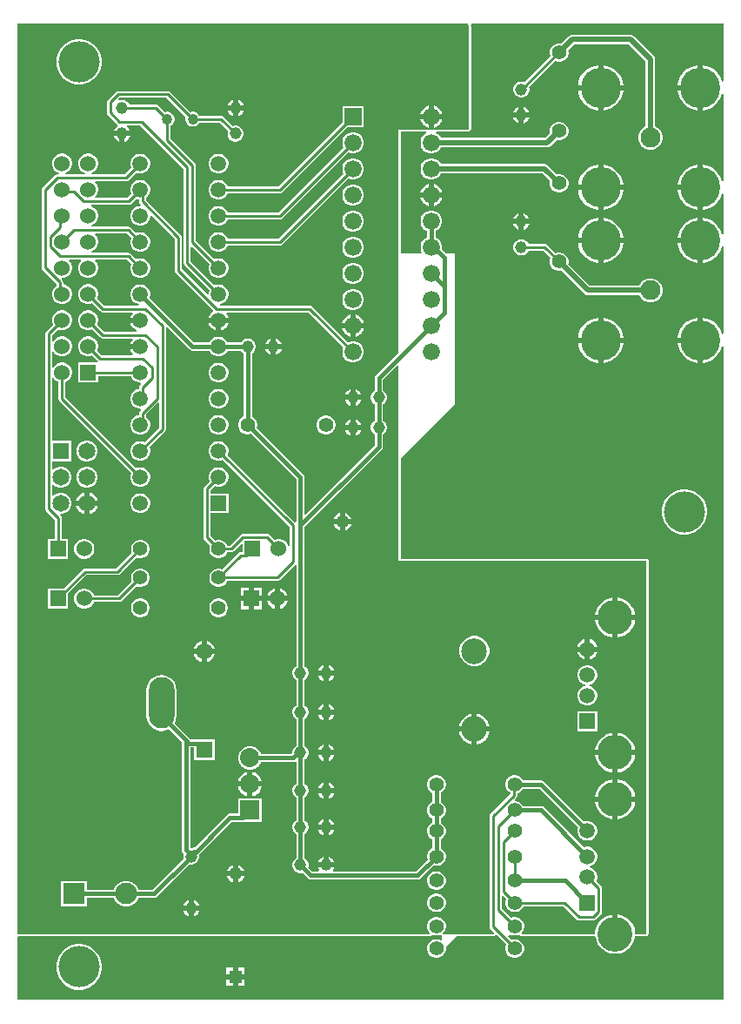
<source format=gbl>
G04*
G04 #@! TF.GenerationSoftware,Altium Limited,Altium Designer,22.10.1 (41)*
G04*
G04 Layer_Physical_Order=2*
G04 Layer_Color=16711680*
%FSLAX25Y25*%
%MOIN*%
G70*
G04*
G04 #@! TF.SameCoordinates,0999A839-FE00-46F6-A3B1-7260279DBB53*
G04*
G04*
G04 #@! TF.FilePolarity,Positive*
G04*
G01*
G75*
%ADD16C,0.01000*%
%ADD24C,0.04921*%
%ADD25R,0.04921X0.04921*%
%ADD50C,0.01500*%
%ADD51C,0.09843*%
%ADD52C,0.04528*%
%ADD53C,0.06600*%
%ADD54R,0.06600X0.06600*%
%ADD55C,0.15748*%
%ADD56C,0.07323*%
%ADD57R,0.07323X0.07323*%
%ADD58C,0.07677*%
%ADD59C,0.15417*%
%ADD60C,0.05512*%
%ADD61C,0.08268*%
%ADD62R,0.08268X0.08268*%
%ADD63C,0.06496*%
%ADD64R,0.06496X0.06496*%
%ADD65C,0.06024*%
%ADD66R,0.06024X0.06024*%
%ADD67R,0.06024X0.06024*%
%ADD68R,0.05937X0.05937*%
%ADD69C,0.05937*%
%ADD70C,0.13370*%
%ADD71C,0.04055*%
%ADD72C,0.05906*%
%ADD73R,0.05906X0.05906*%
%ADD74O,0.17717X0.08858*%
%ADD75O,0.08858X0.17717*%
%ADD76O,0.09843X0.19685*%
%ADD77R,0.06260X0.06260*%
%ADD78C,0.06260*%
%ADD79C,0.05000*%
%ADD80C,0.02000*%
G36*
X272500Y353525D02*
X272000Y353476D01*
X271968Y353635D01*
X271312Y355220D01*
X270359Y356646D01*
X269146Y357859D01*
X267720Y358812D01*
X266135Y359468D01*
X264594Y359775D01*
Y351094D01*
Y342414D01*
X266135Y342720D01*
X267720Y343377D01*
X269146Y344330D01*
X270359Y345543D01*
X271312Y346969D01*
X271968Y348554D01*
X272000Y348713D01*
X272500Y348664D01*
Y315336D01*
X272000Y315287D01*
X271968Y315446D01*
X271312Y317031D01*
X270359Y318457D01*
X269146Y319670D01*
X267720Y320623D01*
X266135Y321280D01*
X264594Y321586D01*
Y312906D01*
Y304225D01*
X266135Y304532D01*
X267720Y305188D01*
X269146Y306141D01*
X270359Y307354D01*
X271312Y308781D01*
X271968Y310365D01*
X272000Y310524D01*
X272500Y310475D01*
Y295025D01*
X272000Y294976D01*
X271968Y295135D01*
X271312Y296720D01*
X270359Y298146D01*
X269146Y299359D01*
X267720Y300312D01*
X266135Y300968D01*
X264594Y301275D01*
Y292594D01*
Y283914D01*
X266135Y284220D01*
X267720Y284877D01*
X269146Y285830D01*
X270359Y287043D01*
X271312Y288469D01*
X271968Y290054D01*
X272000Y290213D01*
X272500Y290164D01*
Y256836D01*
X272000Y256787D01*
X271968Y256946D01*
X271312Y258531D01*
X270359Y259957D01*
X269146Y261170D01*
X267720Y262123D01*
X266135Y262780D01*
X264594Y263086D01*
Y254406D01*
Y245725D01*
X266135Y246032D01*
X267720Y246688D01*
X269146Y247641D01*
X270359Y248854D01*
X271312Y250280D01*
X271968Y251865D01*
X272000Y252024D01*
X272500Y251975D01*
Y2000D01*
X2000D01*
Y25741D01*
X2006Y25763D01*
X2336Y26184D01*
X2336Y26184D01*
X159778D01*
X159857Y26200D01*
X159937Y26200D01*
X159956Y26208D01*
X159976Y26209D01*
X159976Y26209D01*
X160031Y26235D01*
X160090Y26246D01*
X160157Y26291D01*
X160187Y26303D01*
X160210Y26311D01*
X160215Y26315D01*
X160231Y26322D01*
X160266Y26345D01*
X160324Y26402D01*
X160355Y26423D01*
X160371Y26448D01*
X160433Y26500D01*
X164517D01*
X164518Y26500D01*
X164523Y26492D01*
X164529Y26487D01*
X164536Y26477D01*
X164543Y26469D01*
X164549Y26465D01*
X164553Y26459D01*
X164564Y26448D01*
X164583Y26435D01*
X164590Y26425D01*
X164592Y26423D01*
X164592Y26423D01*
X164598Y26415D01*
X164598Y26415D01*
X164647Y26385D01*
X164649Y26384D01*
X164687Y26345D01*
X164689Y26344D01*
X164699Y26333D01*
X164713Y26324D01*
X164713Y26324D01*
Y25000D01*
X164213Y24711D01*
X163873Y24908D01*
X162968Y25150D01*
X162032D01*
X161127Y24908D01*
X160317Y24440D01*
X159655Y23778D01*
X159186Y22967D01*
X158944Y22062D01*
Y21126D01*
X159186Y20222D01*
X159655Y19411D01*
X160317Y18749D01*
X161127Y18281D01*
X162032Y18038D01*
X162968D01*
X163873Y18281D01*
X164683Y18749D01*
X165345Y19411D01*
X165814Y20222D01*
X166056Y21126D01*
Y22056D01*
X166556Y22556D01*
X166556D01*
X166556Y22556D01*
X170184Y26184D01*
X170184Y26184D01*
X184309D01*
X184383Y26199D01*
X184458Y26198D01*
X184537Y26230D01*
X184621Y26246D01*
X184684Y26288D01*
X184754Y26316D01*
X184815Y26376D01*
X184886Y26423D01*
X184928Y26486D01*
X184942Y26500D01*
X185720D01*
X189211Y23009D01*
X189186Y22967D01*
X188944Y22062D01*
Y21126D01*
X189186Y20222D01*
X189655Y19411D01*
X190317Y18749D01*
X191128Y18281D01*
X192032Y18038D01*
X192968D01*
X193872Y18281D01*
X194683Y18749D01*
X195345Y19411D01*
X195814Y20222D01*
X196056Y21126D01*
Y22062D01*
X195814Y22967D01*
X195345Y23778D01*
X194683Y24440D01*
X193872Y24908D01*
X192968Y25150D01*
X192032D01*
X191128Y24908D01*
X191085Y24884D01*
X189931Y26038D01*
X190122Y26500D01*
X194567D01*
X194629Y26447D01*
X194645Y26423D01*
X194676Y26402D01*
X194734Y26345D01*
X194769Y26321D01*
X194785Y26315D01*
X194790Y26310D01*
X194814Y26303D01*
X194843Y26291D01*
X194910Y26246D01*
X194988Y26231D01*
X195062Y26200D01*
X195062Y26200D01*
X195063D01*
X195063Y26200D01*
X195143Y26200D01*
X195222Y26184D01*
X195302D01*
X195302Y26184D01*
X223315D01*
X223564Y26018D01*
X223803Y24817D01*
X224367Y23455D01*
X225186Y22229D01*
X226229Y21186D01*
X227454Y20367D01*
X228817Y19803D01*
X230263Y19515D01*
X231737D01*
X233183Y19803D01*
X234545Y20367D01*
X235771Y21186D01*
X236814Y22229D01*
X237633Y23455D01*
X238197Y24817D01*
X238436Y26018D01*
X238685Y26184D01*
X242839D01*
X242864Y26189D01*
X242889Y26186D01*
X242962Y26205D01*
X243037Y26209D01*
X243037Y26209D01*
X243092Y26235D01*
X243151Y26246D01*
X243172Y26261D01*
X243197Y26267D01*
X243257Y26313D01*
X243325Y26345D01*
X243366Y26390D01*
X243416Y26423D01*
X243430Y26444D01*
X243450Y26460D01*
X243474Y26500D01*
X243500D01*
Y26538D01*
X243539Y26580D01*
X243559Y26638D01*
X243593Y26688D01*
X243598Y26713D01*
X243611Y26735D01*
X243771Y27201D01*
X243789Y27335D01*
X243816Y27467D01*
Y169839D01*
X243811Y169864D01*
X243814Y169889D01*
X243795Y169962D01*
X243791Y170037D01*
X243791Y170037D01*
X243765Y170092D01*
X243754Y170151D01*
X243740Y170172D01*
X243733Y170197D01*
X243688Y170257D01*
X243655Y170325D01*
X243610Y170366D01*
X243577Y170416D01*
X243556Y170430D01*
X243540Y170450D01*
X243500Y170474D01*
Y170500D01*
X243462D01*
X243420Y170539D01*
X243362Y170559D01*
X243312Y170593D01*
X243287Y170598D01*
X243266Y170611D01*
X242799Y170771D01*
X242665Y170789D01*
X242533Y170816D01*
X148816D01*
Y209315D01*
X148816Y209316D01*
X169500Y230000D01*
Y287500D01*
X166235D01*
X164531Y289204D01*
X164600Y289460D01*
Y290540D01*
X164321Y291582D01*
X163781Y292517D01*
X163017Y293281D01*
X162083Y293821D01*
X162080Y293821D01*
Y296179D01*
X162083Y296179D01*
X163017Y296719D01*
X163781Y297482D01*
X164321Y298417D01*
X164600Y299460D01*
Y300540D01*
X164321Y301583D01*
X163781Y302518D01*
X163017Y303281D01*
X162083Y303821D01*
X161040Y304100D01*
X159960D01*
X158917Y303821D01*
X157983Y303281D01*
X157219Y302518D01*
X156679Y301583D01*
X156400Y300540D01*
Y299460D01*
X156679Y298417D01*
X157219Y297482D01*
X157983Y296719D01*
X158917Y296179D01*
X158920Y296179D01*
Y293821D01*
X158917Y293821D01*
X157983Y293281D01*
X157219Y292517D01*
X156679Y291582D01*
X156400Y290540D01*
Y289460D01*
X156679Y288418D01*
X156959Y287933D01*
X156709Y287500D01*
X148816D01*
Y300500D01*
Y334184D01*
X158547D01*
X158681Y333684D01*
X157983Y333281D01*
X157219Y332518D01*
X156679Y331582D01*
X156400Y330540D01*
Y329460D01*
X156679Y328417D01*
X157219Y327483D01*
X157983Y326719D01*
X158917Y326179D01*
X159960Y325900D01*
X161040D01*
X162083Y326179D01*
X163017Y326719D01*
X163781Y327483D01*
X164175Y328165D01*
X205000D01*
X205702Y328304D01*
X206298Y328702D01*
X208644Y331048D01*
X209032Y330944D01*
X209968D01*
X210873Y331186D01*
X211683Y331655D01*
X212345Y332317D01*
X212814Y333127D01*
X213056Y334032D01*
Y334968D01*
X212814Y335873D01*
X212345Y336683D01*
X211683Y337345D01*
X210873Y337814D01*
X209968Y338056D01*
X209032D01*
X208127Y337814D01*
X207317Y337345D01*
X206655Y336683D01*
X206186Y335873D01*
X205944Y334968D01*
Y334032D01*
X206048Y333644D01*
X204240Y331835D01*
X164175D01*
X163781Y332518D01*
X163017Y333281D01*
X162319Y333684D01*
X162452Y334184D01*
X174453D01*
X174532Y334200D01*
X174612Y334200D01*
X174686Y334231D01*
X174765Y334246D01*
X174769Y334249D01*
X174898Y334302D01*
X174898Y334302D01*
X174902Y334303D01*
X174963Y334344D01*
X175033Y334372D01*
X175033Y334372D01*
X175038Y334376D01*
X175043Y334379D01*
X175064Y334399D01*
X175064Y334399D01*
X175215Y334500D01*
X175500D01*
Y334785D01*
X175601Y334937D01*
X175601Y334937D01*
X175621Y334957D01*
X175652Y335031D01*
X175697Y335098D01*
X175698Y335102D01*
X175698Y335102D01*
X175751Y335231D01*
X175751Y335231D01*
X175754Y335235D01*
X175769Y335314D01*
X175800Y335388D01*
X175800Y335468D01*
X175816Y335547D01*
X175816Y335627D01*
X175816Y335700D01*
X175816Y335700D01*
X175816Y335700D01*
Y340731D01*
Y345500D01*
Y349826D01*
X175816Y355471D01*
Y360146D01*
Y365109D01*
Y369674D01*
Y374419D01*
X175815Y374421D01*
X175816Y374423D01*
X175800Y374498D01*
X175801Y374575D01*
X175801Y374576D01*
X175800Y374577D01*
Y374579D01*
X175769Y374653D01*
X175754Y374731D01*
X175753Y374733D01*
X175752Y374735D01*
X175752Y374735D01*
X175750Y374738D01*
X175707Y374842D01*
X175707Y374843D01*
X175703Y374859D01*
X175689Y374893D01*
X175672Y374920D01*
X175669Y374935D01*
X175664Y374946D01*
X175659Y374954D01*
X175659Y374954D01*
X175642Y374998D01*
X175642Y375000D01*
X175648Y375108D01*
X175903Y375423D01*
X175908Y375426D01*
X176006Y375486D01*
X176039Y375500D01*
X272500D01*
Y353525D01*
D02*
G37*
G36*
X174587Y375389D02*
X174654Y375321D01*
X174825Y375034D01*
X174836Y374969D01*
X174831Y374902D01*
X174858Y374819D01*
Y374796D01*
X174866Y374776D01*
X174876Y374720D01*
X174894Y374670D01*
X174907Y374649D01*
X174910Y374635D01*
X174915Y374623D01*
X174933Y374596D01*
X174936Y374581D01*
X174950Y374547D01*
X174950Y374547D01*
X174953Y374530D01*
X174997Y374424D01*
X175000Y374420D01*
X175000Y374420D01*
X175000Y374419D01*
Y369674D01*
Y365109D01*
Y360146D01*
Y355471D01*
X175000Y349826D01*
Y345500D01*
Y340731D01*
Y335700D01*
X175000Y335700D01*
X175000Y335627D01*
X175000Y335547D01*
X174997Y335543D01*
X174944Y335415D01*
X174943Y335410D01*
X174923Y335390D01*
X174822Y335238D01*
X174804Y335196D01*
X174762Y335178D01*
X174611Y335077D01*
X174591Y335057D01*
X174590Y335057D01*
X174585Y335056D01*
X174457Y335003D01*
X174453Y335000D01*
X148000D01*
Y300500D01*
Y249735D01*
X139304Y241039D01*
X138961Y240526D01*
X138841Y239921D01*
Y235125D01*
X138540Y234952D01*
X137970Y234381D01*
X137566Y233683D01*
X137357Y232903D01*
Y232097D01*
X137566Y231317D01*
X137970Y230619D01*
X138540Y230048D01*
X138841Y229875D01*
Y223625D01*
X138540Y223452D01*
X137970Y222881D01*
X137566Y222183D01*
X137357Y221403D01*
Y220597D01*
X137566Y219817D01*
X137970Y219119D01*
X138540Y218548D01*
X138841Y218375D01*
Y214245D01*
X112373Y187777D01*
X111911Y187969D01*
Y201842D01*
X111791Y202447D01*
X111448Y202960D01*
X93549Y220859D01*
X93729Y221532D01*
Y222468D01*
X93487Y223373D01*
X93019Y224183D01*
X92357Y224845D01*
X91754Y225194D01*
Y249375D01*
X92054Y249548D01*
X92625Y250119D01*
X93028Y250817D01*
X93237Y251597D01*
Y252403D01*
X93028Y253183D01*
X92625Y253881D01*
X92054Y254452D01*
X91356Y254855D01*
X90576Y255064D01*
X89770D01*
X88991Y254855D01*
X88292Y254452D01*
X87722Y253881D01*
X87548Y253580D01*
X82421D01*
X82003Y254304D01*
X81304Y255003D01*
X80449Y255497D01*
X79494Y255753D01*
X78506D01*
X77552Y255497D01*
X76696Y255003D01*
X75997Y254304D01*
X75579Y253580D01*
X69655D01*
X52536Y270699D01*
X52753Y271506D01*
Y272494D01*
X52497Y273448D01*
X52003Y274304D01*
X51304Y275003D01*
X50449Y275497D01*
X49494Y275753D01*
X48506D01*
X47552Y275497D01*
X46696Y275003D01*
X45997Y274304D01*
X45503Y273448D01*
X45247Y272494D01*
Y271506D01*
X45503Y270551D01*
X45997Y269696D01*
X46696Y268997D01*
X47552Y268503D01*
X48390Y268278D01*
X48324Y267778D01*
X35175D01*
X32476Y270477D01*
X32552Y270607D01*
X32812Y271577D01*
Y272581D01*
X32552Y273550D01*
X32050Y274419D01*
X31341Y275129D01*
X30471Y275631D01*
X29502Y275891D01*
X28498D01*
X27529Y275631D01*
X26660Y275129D01*
X25950Y274419D01*
X25448Y273550D01*
X25188Y272581D01*
Y271577D01*
X25448Y270607D01*
X25950Y269738D01*
X26660Y269029D01*
X27529Y268527D01*
X28498Y268267D01*
X29502D01*
X30471Y268527D01*
X30602Y268602D01*
X33689Y265515D01*
X34119Y265228D01*
X34626Y265127D01*
X45884D01*
X46075Y264665D01*
X45837Y264427D01*
X45317Y263526D01*
X45176Y263000D01*
X49000D01*
Y261000D01*
X45176D01*
X45317Y260474D01*
X45837Y259573D01*
X46573Y258837D01*
X47474Y258317D01*
X47512Y258307D01*
X47446Y257806D01*
X35147D01*
X32476Y260477D01*
X32552Y260608D01*
X32812Y261577D01*
Y262581D01*
X32552Y263550D01*
X32050Y264419D01*
X31341Y265129D01*
X30471Y265631D01*
X29502Y265891D01*
X28498D01*
X27529Y265631D01*
X26660Y265129D01*
X25950Y264419D01*
X25448Y263550D01*
X25188Y262581D01*
Y261577D01*
X25448Y260608D01*
X25950Y259738D01*
X26660Y259029D01*
X27529Y258527D01*
X28498Y258267D01*
X29502D01*
X30471Y258527D01*
X30602Y258602D01*
X33661Y255544D01*
X34091Y255256D01*
X34598Y255155D01*
X45912D01*
X46104Y254694D01*
X45837Y254427D01*
X45317Y253526D01*
X45176Y253000D01*
X49000D01*
Y251000D01*
X45176D01*
X45317Y250474D01*
X45837Y249573D01*
X46104Y249307D01*
X45896Y248807D01*
X34147D01*
X32476Y250477D01*
X32552Y250607D01*
X32812Y251577D01*
Y252581D01*
X32552Y253550D01*
X32050Y254419D01*
X31341Y255129D01*
X30471Y255631D01*
X29502Y255891D01*
X28498D01*
X27529Y255631D01*
X26660Y255129D01*
X25950Y254419D01*
X25448Y253550D01*
X25188Y252581D01*
Y251577D01*
X25448Y250607D01*
X25950Y249738D01*
X26660Y249029D01*
X27529Y248527D01*
X28498Y248267D01*
X29502D01*
X30471Y248527D01*
X30602Y248602D01*
X32661Y246544D01*
X32722Y246502D01*
X32745Y246388D01*
X32345Y245891D01*
X25188D01*
Y238267D01*
X32812D01*
Y240674D01*
X45470D01*
X45503Y240551D01*
X45997Y239696D01*
X46696Y238997D01*
X47552Y238503D01*
X48506Y238247D01*
X48963D01*
X49170Y237747D01*
X48813Y237390D01*
X48525Y236960D01*
X48425Y236453D01*
Y235731D01*
X47552Y235497D01*
X46696Y235003D01*
X45997Y234304D01*
X45503Y233449D01*
X45247Y232494D01*
Y231506D01*
X45503Y230552D01*
X45997Y229696D01*
X46696Y228997D01*
X47552Y228503D01*
X48506Y228247D01*
X48963D01*
X49170Y227747D01*
X48813Y227390D01*
X48525Y226960D01*
X48425Y226453D01*
Y225731D01*
X47552Y225497D01*
X46696Y225003D01*
X45997Y224304D01*
X45503Y223448D01*
X45247Y222494D01*
Y221506D01*
X45503Y220551D01*
X45997Y219696D01*
X46696Y218997D01*
X47552Y218503D01*
X48506Y218247D01*
X49494D01*
X50449Y218503D01*
X51304Y218997D01*
X52003Y219696D01*
X52497Y220551D01*
X52753Y221506D01*
Y222494D01*
X52497Y223448D01*
X52003Y224304D01*
X51304Y225003D01*
X51076Y225135D01*
Y225904D01*
X55665Y230494D01*
X56127Y230302D01*
Y221002D01*
X50559Y215433D01*
X50449Y215497D01*
X49494Y215753D01*
X48506D01*
X47552Y215497D01*
X46696Y215003D01*
X45997Y214304D01*
X45503Y213449D01*
X45247Y212494D01*
Y211506D01*
X45503Y210552D01*
X45997Y209696D01*
X46696Y208997D01*
X47552Y208503D01*
X48506Y208247D01*
X49494D01*
X50449Y208503D01*
X51304Y208997D01*
X52003Y209696D01*
X52497Y210552D01*
X52753Y211506D01*
Y212494D01*
X52497Y213449D01*
X52433Y213559D01*
X58390Y219515D01*
X58677Y219946D01*
X58778Y220453D01*
Y259280D01*
X59278Y259487D01*
X67883Y250883D01*
X68395Y250540D01*
X69000Y250420D01*
X75579D01*
X75997Y249696D01*
X76696Y248997D01*
X77552Y248503D01*
X78506Y248247D01*
X79494D01*
X80449Y248503D01*
X81304Y248997D01*
X82003Y249696D01*
X82421Y250420D01*
X87548D01*
X87722Y250119D01*
X88292Y249548D01*
X88593Y249375D01*
Y225194D01*
X87990Y224845D01*
X87328Y224183D01*
X86860Y223373D01*
X86617Y222468D01*
Y221532D01*
X86860Y220627D01*
X87328Y219817D01*
X87990Y219155D01*
X88801Y218686D01*
X89705Y218444D01*
X90641D01*
X91314Y218624D01*
X108750Y201188D01*
Y184831D01*
X108250Y184624D01*
X82433Y210441D01*
X82497Y210552D01*
X82753Y211506D01*
Y212494D01*
X82497Y213449D01*
X82003Y214304D01*
X81304Y215003D01*
X80449Y215497D01*
X79494Y215753D01*
X78506D01*
X77552Y215497D01*
X76696Y215003D01*
X75997Y214304D01*
X75503Y213449D01*
X75247Y212494D01*
Y211506D01*
X75503Y210552D01*
X75997Y209696D01*
X76696Y208997D01*
X77552Y208503D01*
X78506Y208247D01*
X79494D01*
X80449Y208503D01*
X80559Y208567D01*
X106175Y182951D01*
Y175580D01*
X105675Y175514D01*
X105552Y175971D01*
X105050Y176840D01*
X104341Y177550D01*
X103471Y178052D01*
X102502Y178312D01*
X101498D01*
X100529Y178052D01*
X100398Y177977D01*
X98426Y179949D01*
X97995Y180236D01*
X97488Y180337D01*
X88367D01*
X87860Y180236D01*
X87429Y179949D01*
X83306Y175826D01*
X82326D01*
X82314Y175873D01*
X81845Y176683D01*
X81183Y177345D01*
X80373Y177814D01*
X79468Y178056D01*
X78532D01*
X77627Y177814D01*
X77585Y177789D01*
X75873Y179502D01*
Y188247D01*
X82753D01*
Y195753D01*
X75873D01*
Y196998D01*
X77441Y198567D01*
X77552Y198503D01*
X78506Y198247D01*
X79494D01*
X80449Y198503D01*
X81304Y198997D01*
X82003Y199696D01*
X82497Y200552D01*
X82753Y201506D01*
Y202494D01*
X82497Y203449D01*
X82003Y204304D01*
X81304Y205003D01*
X80449Y205497D01*
X79494Y205753D01*
X78506D01*
X77552Y205497D01*
X76696Y205003D01*
X75997Y204304D01*
X75503Y203449D01*
X75247Y202494D01*
Y201506D01*
X75503Y200552D01*
X75567Y200441D01*
X73610Y198484D01*
X73323Y198054D01*
X73222Y197547D01*
Y178953D01*
X73323Y178446D01*
X73610Y178016D01*
X75711Y175915D01*
X75686Y175873D01*
X75444Y174968D01*
Y174032D01*
X75686Y173127D01*
X76155Y172317D01*
X76817Y171655D01*
X77627Y171186D01*
X78532Y170944D01*
X79468D01*
X80373Y171186D01*
X81183Y171655D01*
X81845Y172317D01*
X82314Y173127D01*
X82326Y173175D01*
X83855D01*
X84362Y173275D01*
X84792Y173563D01*
X87726Y176497D01*
X88188Y176305D01*
Y173314D01*
X87488D01*
X86981Y173213D01*
X86551Y172925D01*
X80415Y166789D01*
X80373Y166814D01*
X79468Y167056D01*
X78532D01*
X77627Y166814D01*
X76817Y166345D01*
X76155Y165683D01*
X75686Y164873D01*
X75444Y163968D01*
Y163032D01*
X75686Y162127D01*
X76155Y161317D01*
X76817Y160655D01*
X77627Y160186D01*
X78532Y159944D01*
X79468D01*
X80373Y160186D01*
X81183Y160655D01*
X81845Y161317D01*
X82314Y162127D01*
X82326Y162174D01*
X101500D01*
X102007Y162275D01*
X102437Y162563D01*
X108250Y168376D01*
X108750Y168169D01*
Y129641D01*
X108450Y129467D01*
X107879Y128897D01*
X107476Y128198D01*
X107267Y127419D01*
Y126612D01*
X107476Y125833D01*
X107879Y125135D01*
X108450Y124564D01*
X108750Y124390D01*
Y114641D01*
X108450Y114467D01*
X107879Y113897D01*
X107476Y113198D01*
X107267Y112419D01*
Y111612D01*
X107476Y110833D01*
X107879Y110135D01*
X108450Y109564D01*
X108750Y109390D01*
Y99141D01*
X108450Y98967D01*
X107879Y98397D01*
X107476Y97698D01*
X107267Y96919D01*
Y96506D01*
X106841Y96080D01*
X95195D01*
X95157Y96222D01*
X94570Y97239D01*
X93739Y98070D01*
X92722Y98657D01*
X91587Y98961D01*
X90413D01*
X89278Y98657D01*
X88261Y98070D01*
X87430Y97239D01*
X86843Y96222D01*
X86539Y95087D01*
Y93913D01*
X86843Y92778D01*
X87430Y91761D01*
X88261Y90930D01*
X89278Y90343D01*
X90413Y90039D01*
X91587D01*
X92722Y90343D01*
X93739Y90930D01*
X94570Y91761D01*
X95157Y92778D01*
X95195Y92920D01*
X107496D01*
X108101Y93040D01*
X108250Y93140D01*
X108750Y92873D01*
Y84641D01*
X108450Y84467D01*
X107879Y83897D01*
X107476Y83198D01*
X107267Y82419D01*
Y81612D01*
X107476Y80833D01*
X107879Y80135D01*
X108450Y79564D01*
X108750Y79391D01*
Y70641D01*
X108450Y70467D01*
X107879Y69897D01*
X107476Y69198D01*
X107267Y68419D01*
Y67612D01*
X107476Y66833D01*
X107879Y66135D01*
X108450Y65564D01*
X108750Y65390D01*
Y56141D01*
X108450Y55967D01*
X107879Y55397D01*
X107476Y54698D01*
X107267Y53919D01*
Y53113D01*
X107476Y52333D01*
X107879Y51635D01*
X108450Y51064D01*
X109148Y50661D01*
X109927Y50452D01*
X110734D01*
X111070Y50542D01*
X113227Y48384D01*
X113740Y48042D01*
X114345Y47922D01*
X155219D01*
X155823Y48042D01*
X156336Y48384D01*
X161359Y53408D01*
X162032Y53228D01*
X162968D01*
X163873Y53470D01*
X164683Y53938D01*
X165345Y54600D01*
X165814Y55411D01*
X166056Y56315D01*
Y57252D01*
X165814Y58156D01*
X165345Y58967D01*
X164683Y59629D01*
X164080Y59977D01*
Y63432D01*
X164683Y63781D01*
X165345Y64443D01*
X165814Y65254D01*
X166056Y66158D01*
Y67094D01*
X165814Y67998D01*
X165345Y68809D01*
X164683Y69471D01*
X164080Y69820D01*
Y71306D01*
X164683Y71655D01*
X165345Y72317D01*
X165814Y73128D01*
X166056Y74032D01*
Y74968D01*
X165814Y75872D01*
X165345Y76683D01*
X164683Y77345D01*
X164080Y77694D01*
Y81149D01*
X164683Y81497D01*
X165345Y82159D01*
X165814Y82970D01*
X166056Y83874D01*
Y84811D01*
X165814Y85715D01*
X165345Y86526D01*
X164683Y87188D01*
X163873Y87656D01*
X162968Y87898D01*
X162032D01*
X161127Y87656D01*
X160317Y87188D01*
X159655Y86526D01*
X159186Y85715D01*
X158944Y84811D01*
Y83874D01*
X159186Y82970D01*
X159655Y82159D01*
X160317Y81497D01*
X160920Y81149D01*
Y77694D01*
X160317Y77345D01*
X159655Y76683D01*
X159186Y75872D01*
X158944Y74968D01*
Y74032D01*
X159186Y73128D01*
X159655Y72317D01*
X160317Y71655D01*
X160920Y71306D01*
Y69820D01*
X160317Y69471D01*
X159655Y68809D01*
X159186Y67998D01*
X158944Y67094D01*
Y66158D01*
X159186Y65254D01*
X159655Y64443D01*
X160317Y63781D01*
X160920Y63432D01*
Y59977D01*
X160317Y59629D01*
X159655Y58967D01*
X159186Y58156D01*
X158944Y57252D01*
Y56315D01*
X159124Y55643D01*
X154564Y51082D01*
X122984D01*
X122826Y51582D01*
X123215Y52256D01*
X123284Y52516D01*
X117062D01*
X117132Y52256D01*
X117521Y51582D01*
X117362Y51082D01*
X114999D01*
X113305Y52777D01*
X113395Y53113D01*
Y53919D01*
X113186Y54698D01*
X112782Y55397D01*
X112212Y55967D01*
X111911Y56141D01*
Y65390D01*
X112212Y65564D01*
X112782Y66135D01*
X113186Y66833D01*
X113395Y67612D01*
Y68419D01*
X113186Y69198D01*
X112782Y69897D01*
X112212Y70467D01*
X111911Y70641D01*
Y79391D01*
X112212Y79564D01*
X112782Y80135D01*
X113186Y80833D01*
X113395Y81612D01*
Y82419D01*
X113186Y83198D01*
X112782Y83897D01*
X112212Y84467D01*
X111911Y84641D01*
Y93891D01*
X112212Y94064D01*
X112782Y94635D01*
X113186Y95333D01*
X113395Y96113D01*
Y96919D01*
X113186Y97698D01*
X112782Y98397D01*
X112212Y98967D01*
X111911Y99141D01*
Y109390D01*
X112212Y109564D01*
X112782Y110135D01*
X113186Y110833D01*
X113395Y111612D01*
Y112419D01*
X113186Y113198D01*
X112782Y113897D01*
X112212Y114467D01*
X111911Y114641D01*
Y124390D01*
X112212Y124564D01*
X112782Y125135D01*
X113186Y125833D01*
X113395Y126612D01*
Y127419D01*
X113186Y128198D01*
X112782Y128897D01*
X112212Y129467D01*
X111911Y129641D01*
Y182845D01*
X141539Y212473D01*
X141881Y212986D01*
X142002Y213590D01*
Y218375D01*
X142302Y218548D01*
X142873Y219119D01*
X143276Y219817D01*
X143485Y220597D01*
Y221403D01*
X143276Y222183D01*
X142873Y222881D01*
X142302Y223452D01*
X142002Y223625D01*
Y229875D01*
X142302Y230048D01*
X142873Y230619D01*
X143276Y231317D01*
X143485Y232097D01*
Y232903D01*
X143276Y233683D01*
X142873Y234381D01*
X142302Y234952D01*
X142002Y235125D01*
Y239267D01*
X147538Y244803D01*
X148000Y244612D01*
Y209316D01*
X148000Y209316D01*
X148000Y209315D01*
Y170816D01*
Y170000D01*
X242533D01*
X243000Y169839D01*
X243000Y169839D01*
Y27467D01*
X242839Y27000D01*
X242839Y27000D01*
X238685D01*
Y27757D01*
X238390Y29242D01*
X237810Y30640D01*
X236969Y31899D01*
X235899Y32969D01*
X234640Y33810D01*
X233242Y34390D01*
X232000Y34637D01*
Y27000D01*
X230000D01*
Y34637D01*
X228758Y34390D01*
X227360Y33810D01*
X226101Y32969D01*
X225031Y31899D01*
X224190Y30640D01*
X223610Y29242D01*
X223315Y27757D01*
Y27000D01*
X195302D01*
X195302Y27000D01*
X195222D01*
X195222Y27000D01*
X195187Y27023D01*
X195166Y27049D01*
X195073Y27506D01*
X195073Y27544D01*
X195110Y27676D01*
X195345Y27911D01*
X195814Y28722D01*
X196056Y29626D01*
Y30562D01*
X195814Y31467D01*
X195345Y32278D01*
X194683Y32940D01*
X193872Y33408D01*
X192968Y33650D01*
X192032D01*
X191128Y33408D01*
X191085Y33384D01*
X187569Y36899D01*
Y41497D01*
X188031Y41688D01*
X189211Y40509D01*
X189186Y40467D01*
X188944Y39562D01*
Y38626D01*
X189186Y37722D01*
X189655Y36911D01*
X190317Y36249D01*
X191128Y35781D01*
X192032Y35539D01*
X192968D01*
X193872Y35781D01*
X194683Y36249D01*
X195345Y36911D01*
X195814Y37722D01*
X195826Y37769D01*
X211014D01*
X216220Y32563D01*
X216650Y32275D01*
X217158Y32175D01*
X222520D01*
X223027Y32275D01*
X223457Y32563D01*
X225537Y34642D01*
X225824Y35072D01*
X225925Y35580D01*
Y44660D01*
X225824Y45168D01*
X225537Y45598D01*
X223776Y47359D01*
X223843Y47474D01*
X224099Y48433D01*
Y49425D01*
X223843Y50384D01*
X223346Y51243D01*
X222645Y51945D01*
X221785Y52441D01*
X221164Y52607D01*
Y53125D01*
X221785Y53291D01*
X222645Y53788D01*
X223346Y54489D01*
X223843Y55349D01*
X224099Y56307D01*
Y57299D01*
X223843Y58258D01*
X223346Y59117D01*
X222645Y59819D01*
X221785Y60315D01*
X220827Y60572D01*
X219835D01*
X219017Y60352D01*
X203751Y75617D01*
X203239Y75960D01*
X202634Y76080D01*
X195694D01*
X195345Y76683D01*
X194683Y77345D01*
X193872Y77814D01*
X192968Y78056D01*
X192619D01*
X192412Y78556D01*
X193005Y79149D01*
X193293Y79579D01*
X193394Y80087D01*
Y80901D01*
X193872Y81029D01*
X194683Y81497D01*
X195345Y82159D01*
X195694Y82762D01*
X201979D01*
X216781Y67960D01*
X216562Y67142D01*
Y66149D01*
X216819Y65191D01*
X217315Y64332D01*
X218017Y63630D01*
X218876Y63134D01*
X219835Y62877D01*
X220827D01*
X221785Y63134D01*
X222645Y63630D01*
X223346Y64332D01*
X223843Y65191D01*
X224099Y66149D01*
Y67142D01*
X223843Y68100D01*
X223346Y68959D01*
X222645Y69661D01*
X221785Y70157D01*
X220827Y70414D01*
X219835D01*
X219017Y70195D01*
X203751Y85460D01*
X203239Y85803D01*
X202634Y85923D01*
X195694D01*
X195345Y86526D01*
X194683Y87188D01*
X193872Y87656D01*
X192968Y87898D01*
X192032D01*
X191128Y87656D01*
X190317Y87188D01*
X189655Y86526D01*
X189186Y85715D01*
X188944Y84811D01*
Y83874D01*
X189186Y82970D01*
X189655Y82159D01*
X190317Y81497D01*
X190743Y81251D01*
Y80636D01*
X183307Y73200D01*
X183019Y72770D01*
X182919Y72263D01*
Y29850D01*
X183019Y29343D01*
X183307Y28913D01*
X184550Y27670D01*
X184550Y27670D01*
X184593Y27457D01*
X184557Y27361D01*
X184309Y27000D01*
X170184D01*
X170184Y27000D01*
X170184Y27000D01*
X165169D01*
X165166Y27002D01*
X165153Y27011D01*
X165147Y27018D01*
X165147Y27019D01*
X165147Y27019D01*
X165136Y27030D01*
X165129Y27037D01*
X165087Y27121D01*
X165047Y27354D01*
X165042Y27474D01*
X165045Y27497D01*
X165074Y27615D01*
X165104Y27670D01*
X165345Y27911D01*
X165814Y28722D01*
X166056Y29626D01*
Y30562D01*
X165814Y31467D01*
X165345Y32278D01*
X164683Y32940D01*
X163873Y33408D01*
X162968Y33650D01*
X162032D01*
X161127Y33408D01*
X160317Y32940D01*
X159655Y32278D01*
X159186Y31467D01*
X158944Y30562D01*
Y29626D01*
X159186Y28722D01*
X159655Y27911D01*
X159890Y27676D01*
X159927Y27544D01*
X159926Y27506D01*
X159834Y27049D01*
X159813Y27024D01*
X159778Y27000D01*
X159778Y27000D01*
X2336D01*
X1982Y27354D01*
X2021Y375500D01*
X174412Y375500D01*
X174587Y375389D01*
D02*
G37*
%LPC*%
G36*
X237000Y371335D02*
X214500D01*
X213798Y371196D01*
X213202Y370798D01*
X210356Y367952D01*
X209968Y368056D01*
X209032D01*
X208127Y367814D01*
X207317Y367345D01*
X206655Y366683D01*
X206186Y365873D01*
X205944Y364968D01*
Y364032D01*
X206156Y363241D01*
X196188Y353273D01*
X196183Y353276D01*
X195403Y353485D01*
X194597D01*
X193817Y353276D01*
X193119Y352873D01*
X192548Y352303D01*
X192145Y351604D01*
X191936Y350825D01*
Y350018D01*
X192145Y349239D01*
X192548Y348540D01*
X193119Y347970D01*
X193817Y347566D01*
X194597Y347358D01*
X195403D01*
X196183Y347566D01*
X196881Y347970D01*
X197452Y348540D01*
X197855Y349239D01*
X198064Y350018D01*
Y350825D01*
X197942Y351278D01*
X207952Y361288D01*
X208127Y361186D01*
X209032Y360944D01*
X209968D01*
X210873Y361186D01*
X211683Y361655D01*
X212345Y362317D01*
X212814Y363127D01*
X213056Y364032D01*
Y364968D01*
X212952Y365356D01*
X215260Y367665D01*
X236240D01*
X242665Y361240D01*
Y336297D01*
X241652Y335712D01*
X240788Y334848D01*
X240177Y333790D01*
X239861Y332611D01*
Y331389D01*
X240177Y330210D01*
X240788Y329152D01*
X241652Y328288D01*
X242710Y327677D01*
X243889Y327361D01*
X245111D01*
X246290Y327677D01*
X247348Y328288D01*
X248212Y329152D01*
X248822Y330210D01*
X249139Y331389D01*
Y332611D01*
X248822Y333790D01*
X248212Y334848D01*
X247348Y335712D01*
X246335Y336297D01*
Y362000D01*
X246196Y362702D01*
X245798Y363298D01*
X238298Y370798D01*
X237702Y371196D01*
X237586Y371219D01*
X237000Y371335D01*
D02*
G37*
G36*
X226406Y359775D02*
Y352094D01*
X234086D01*
X233780Y353635D01*
X233123Y355220D01*
X232170Y356646D01*
X230957Y357859D01*
X229531Y358812D01*
X227946Y359468D01*
X226406Y359775D01*
D02*
G37*
G36*
X262594D02*
X261054Y359468D01*
X259469Y358812D01*
X258043Y357859D01*
X256830Y356646D01*
X255877Y355220D01*
X255220Y353635D01*
X254914Y352094D01*
X262594D01*
Y359775D01*
D02*
G37*
G36*
X224406D02*
X222865Y359468D01*
X221281Y358812D01*
X219854Y357859D01*
X218641Y356646D01*
X217688Y355220D01*
X217032Y353635D01*
X216725Y352094D01*
X224406D01*
Y359775D01*
D02*
G37*
G36*
X234086Y350094D02*
X226406D01*
Y342414D01*
X227946Y342720D01*
X229531Y343377D01*
X230957Y344330D01*
X232170Y345543D01*
X233123Y346969D01*
X233780Y348554D01*
X234086Y350094D01*
D02*
G37*
G36*
X262594D02*
X254914D01*
X255220Y348554D01*
X255877Y346969D01*
X256830Y345543D01*
X258043Y344330D01*
X259469Y343377D01*
X261054Y342720D01*
X262594Y342414D01*
Y350094D01*
D02*
G37*
G36*
X224406D02*
X216725D01*
X217032Y348554D01*
X217688Y346969D01*
X218641Y345543D01*
X219854Y344330D01*
X221281Y343377D01*
X222865Y342720D01*
X224406Y342414D01*
Y350094D01*
D02*
G37*
G36*
X196000Y343690D02*
Y341579D01*
X198111D01*
X198041Y341839D01*
X197612Y342583D01*
X197004Y343190D01*
X196260Y343620D01*
X196000Y343690D01*
D02*
G37*
G36*
X194000Y343690D02*
X193740Y343620D01*
X192996Y343190D01*
X192388Y342583D01*
X191959Y341839D01*
X191889Y341579D01*
X194000D01*
Y343690D01*
D02*
G37*
G36*
X198111Y339579D02*
X196000D01*
Y337468D01*
X196260Y337537D01*
X197004Y337967D01*
X197612Y338575D01*
X198041Y339319D01*
X198111Y339579D01*
D02*
G37*
G36*
X194000D02*
X191889D01*
X191959Y339319D01*
X192388Y338575D01*
X192996Y337967D01*
X193740Y337537D01*
X194000Y337468D01*
Y339579D01*
D02*
G37*
G36*
X226406Y321586D02*
Y313906D01*
X234086D01*
X233780Y315446D01*
X233123Y317031D01*
X232170Y318457D01*
X230957Y319670D01*
X229531Y320623D01*
X227946Y321280D01*
X226406Y321586D01*
D02*
G37*
G36*
X262594D02*
X261054Y321280D01*
X259469Y320623D01*
X258043Y319670D01*
X256830Y318457D01*
X255877Y317031D01*
X255220Y315446D01*
X254914Y313906D01*
X262594D01*
Y321586D01*
D02*
G37*
G36*
X224406D02*
X222865Y321280D01*
X221281Y320623D01*
X219854Y319670D01*
X218641Y318457D01*
X217688Y317031D01*
X217032Y315446D01*
X216725Y313906D01*
X224406D01*
Y321586D01*
D02*
G37*
G36*
X161500Y314184D02*
Y311000D01*
X164684D01*
X164507Y311660D01*
X163941Y312640D01*
X163140Y313441D01*
X162160Y314007D01*
X161500Y314184D01*
D02*
G37*
G36*
X159500D02*
X158840Y314007D01*
X157860Y313441D01*
X157059Y312640D01*
X156493Y311660D01*
X156316Y311000D01*
X159500D01*
Y314184D01*
D02*
G37*
G36*
X161040Y324100D02*
X159960D01*
X158917Y323821D01*
X157983Y323281D01*
X157219Y322517D01*
X156679Y321583D01*
X156400Y320540D01*
Y319460D01*
X156679Y318418D01*
X157219Y317482D01*
X157983Y316719D01*
X158917Y316179D01*
X159960Y315900D01*
X161040D01*
X162083Y316179D01*
X163017Y316719D01*
X163781Y317482D01*
X164175Y318165D01*
X203240D01*
X206048Y315356D01*
X205944Y314968D01*
Y314032D01*
X206186Y313127D01*
X206655Y312317D01*
X207317Y311655D01*
X208127Y311186D01*
X209032Y310944D01*
X209968D01*
X210873Y311186D01*
X211683Y311655D01*
X212345Y312317D01*
X212814Y313127D01*
X213056Y314032D01*
Y314968D01*
X212814Y315873D01*
X212345Y316683D01*
X211683Y317345D01*
X210873Y317814D01*
X209968Y318056D01*
X209032D01*
X208644Y317952D01*
X205298Y321298D01*
X204702Y321696D01*
X204000Y321835D01*
X164175D01*
X163781Y322517D01*
X163017Y323281D01*
X162083Y323821D01*
X161040Y324100D01*
D02*
G37*
G36*
X164684Y309000D02*
X161500D01*
Y305816D01*
X162160Y305993D01*
X163140Y306559D01*
X163941Y307360D01*
X164507Y308340D01*
X164684Y309000D01*
D02*
G37*
G36*
X159500D02*
X156316D01*
X156493Y308340D01*
X157059Y307360D01*
X157860Y306559D01*
X158840Y305993D01*
X159500Y305816D01*
Y309000D01*
D02*
G37*
G36*
X234086Y311906D02*
X226406D01*
Y304225D01*
X227946Y304532D01*
X229531Y305188D01*
X230957Y306141D01*
X232170Y307354D01*
X233123Y308781D01*
X233780Y310365D01*
X234086Y311906D01*
D02*
G37*
G36*
X262594D02*
X254914D01*
X255220Y310365D01*
X255877Y308781D01*
X256830Y307354D01*
X258043Y306141D01*
X259469Y305188D01*
X261054Y304532D01*
X262594Y304225D01*
Y311906D01*
D02*
G37*
G36*
X224406D02*
X216725D01*
X217032Y310365D01*
X217688Y308781D01*
X218641Y307354D01*
X219854Y306141D01*
X221281Y305188D01*
X222865Y304532D01*
X224406Y304225D01*
Y311906D01*
D02*
G37*
G36*
X196000Y302954D02*
Y300843D01*
X198111D01*
X198041Y301102D01*
X197612Y301847D01*
X197004Y302454D01*
X196260Y302884D01*
X196000Y302954D01*
D02*
G37*
G36*
X194000Y302954D02*
X193740Y302884D01*
X192996Y302454D01*
X192388Y301847D01*
X191959Y301102D01*
X191889Y300843D01*
X194000D01*
Y302954D01*
D02*
G37*
G36*
X198111Y298843D02*
X196000D01*
Y296732D01*
X196260Y296801D01*
X197004Y297231D01*
X197612Y297838D01*
X198041Y298583D01*
X198111Y298843D01*
D02*
G37*
G36*
X194000D02*
X191889D01*
X191959Y298583D01*
X192388Y297838D01*
X192996Y297231D01*
X193740Y296801D01*
X194000Y296732D01*
Y298843D01*
D02*
G37*
G36*
X226406Y301275D02*
Y293594D01*
X234086D01*
X233780Y295135D01*
X233123Y296720D01*
X232170Y298146D01*
X230957Y299359D01*
X229531Y300312D01*
X227946Y300968D01*
X226406Y301275D01*
D02*
G37*
G36*
X224406D02*
X222865Y300968D01*
X221281Y300312D01*
X219854Y299359D01*
X218641Y298146D01*
X217688Y296720D01*
X217032Y295135D01*
X216725Y293594D01*
X224406D01*
Y301275D01*
D02*
G37*
G36*
X262594D02*
X261054Y300968D01*
X259469Y300312D01*
X258043Y299359D01*
X256830Y298146D01*
X255877Y296720D01*
X255220Y295135D01*
X254914Y293594D01*
X262594D01*
Y301275D01*
D02*
G37*
G36*
X234086Y291594D02*
X226406D01*
Y283914D01*
X227946Y284220D01*
X229531Y284877D01*
X230957Y285830D01*
X232170Y287043D01*
X233123Y288469D01*
X233780Y290054D01*
X234086Y291594D01*
D02*
G37*
G36*
X262594D02*
X254914D01*
X255220Y290054D01*
X255877Y288469D01*
X256830Y287043D01*
X258043Y285830D01*
X259469Y284877D01*
X261054Y284220D01*
X262594Y283914D01*
Y291594D01*
D02*
G37*
G36*
X224406D02*
X216725D01*
X217032Y290054D01*
X217688Y288469D01*
X218641Y287043D01*
X219854Y285830D01*
X221281Y284877D01*
X222865Y284220D01*
X224406Y283914D01*
Y291594D01*
D02*
G37*
G36*
X195403Y293064D02*
X194597D01*
X193817Y292855D01*
X193119Y292452D01*
X192548Y291881D01*
X192145Y291183D01*
X191936Y290403D01*
Y289597D01*
X192145Y288817D01*
X192548Y288119D01*
X193119Y287548D01*
X193817Y287145D01*
X194597Y286936D01*
X195403D01*
X196183Y287145D01*
X196881Y287548D01*
X197452Y288119D01*
X197773Y288674D01*
X203451D01*
X206211Y285915D01*
X206186Y285873D01*
X205944Y284968D01*
Y284032D01*
X206186Y283127D01*
X206655Y282317D01*
X207317Y281655D01*
X208127Y281186D01*
X209032Y280944D01*
X209968D01*
X210356Y281048D01*
X219202Y272202D01*
X219798Y271804D01*
X220500Y271665D01*
X240203D01*
X240788Y270652D01*
X241652Y269788D01*
X242710Y269178D01*
X243889Y268861D01*
X245111D01*
X246290Y269178D01*
X247348Y269788D01*
X248212Y270652D01*
X248822Y271710D01*
X249139Y272889D01*
Y274111D01*
X248822Y275290D01*
X248212Y276348D01*
X247348Y277212D01*
X246290Y277822D01*
X245111Y278139D01*
X243889D01*
X242710Y277822D01*
X241652Y277212D01*
X240788Y276348D01*
X240203Y275335D01*
X221260D01*
X212952Y283644D01*
X213056Y284032D01*
Y284968D01*
X212814Y285873D01*
X212345Y286683D01*
X211683Y287345D01*
X210873Y287814D01*
X209968Y288056D01*
X209032D01*
X208127Y287814D01*
X208085Y287789D01*
X204937Y290937D01*
X204507Y291225D01*
X204000Y291325D01*
X197773D01*
X197452Y291881D01*
X196881Y292452D01*
X196183Y292855D01*
X195403Y293064D01*
D02*
G37*
G36*
X226406Y263086D02*
Y255406D01*
X234086D01*
X233780Y256946D01*
X233123Y258531D01*
X232170Y259957D01*
X230957Y261170D01*
X229531Y262123D01*
X227946Y262780D01*
X226406Y263086D01*
D02*
G37*
G36*
X262594D02*
X261054Y262780D01*
X259469Y262123D01*
X258043Y261170D01*
X256830Y259957D01*
X255877Y258531D01*
X255220Y256946D01*
X254914Y255406D01*
X262594D01*
Y263086D01*
D02*
G37*
G36*
X224406D02*
X222865Y262780D01*
X221281Y262123D01*
X219854Y261170D01*
X218641Y259957D01*
X217688Y258531D01*
X217032Y256946D01*
X216725Y255406D01*
X224406D01*
Y263086D01*
D02*
G37*
G36*
X234086Y253406D02*
X226406D01*
Y245725D01*
X227946Y246032D01*
X229531Y246688D01*
X230957Y247641D01*
X232170Y248854D01*
X233123Y250280D01*
X233780Y251865D01*
X234086Y253406D01*
D02*
G37*
G36*
X262594D02*
X254914D01*
X255220Y251865D01*
X255877Y250280D01*
X256830Y248854D01*
X258043Y247641D01*
X259469Y246688D01*
X261054Y246032D01*
X262594Y245725D01*
Y253406D01*
D02*
G37*
G36*
X224406D02*
X216725D01*
X217032Y251865D01*
X217688Y250280D01*
X218641Y248854D01*
X219854Y247641D01*
X221281Y246688D01*
X222865Y246032D01*
X224406Y245725D01*
Y253406D01*
D02*
G37*
G36*
X258354Y197424D02*
X256646D01*
X254970Y197091D01*
X253391Y196437D01*
X251971Y195487D01*
X250763Y194279D01*
X249813Y192859D01*
X249159Y191280D01*
X248826Y189604D01*
Y187896D01*
X249159Y186220D01*
X249813Y184641D01*
X250763Y183221D01*
X251971Y182012D01*
X253391Y181063D01*
X254970Y180409D01*
X256646Y180076D01*
X258354D01*
X260030Y180409D01*
X261609Y181063D01*
X263029Y182012D01*
X264237Y183221D01*
X265187Y184641D01*
X265841Y186220D01*
X266174Y187896D01*
Y189604D01*
X265841Y191280D01*
X265187Y192859D01*
X264237Y194279D01*
X263029Y195487D01*
X261609Y196437D01*
X260030Y197091D01*
X258354Y197424D01*
D02*
G37*
G36*
X88961Y14276D02*
X86500D01*
Y11815D01*
X88961D01*
Y14276D01*
D02*
G37*
G36*
X84500D02*
X82039D01*
Y11815D01*
X84500D01*
Y14276D01*
D02*
G37*
G36*
X88961Y9815D02*
X86500D01*
Y7354D01*
X88961D01*
Y9815D01*
D02*
G37*
G36*
X84500D02*
X82039D01*
Y7354D01*
X84500D01*
Y9815D01*
D02*
G37*
G36*
X26354Y23174D02*
X24646D01*
X22970Y22841D01*
X21391Y22187D01*
X19971Y21238D01*
X18763Y20029D01*
X17813Y18609D01*
X17159Y17030D01*
X16826Y15354D01*
Y13646D01*
X17159Y11970D01*
X17813Y10391D01*
X18763Y8971D01*
X19971Y7762D01*
X21391Y6813D01*
X22970Y6159D01*
X24646Y5826D01*
X26354D01*
X28030Y6159D01*
X29609Y6813D01*
X31029Y7762D01*
X32237Y8971D01*
X33187Y10391D01*
X33841Y11970D01*
X34174Y13646D01*
Y15354D01*
X33841Y17030D01*
X33187Y18609D01*
X32237Y20029D01*
X31029Y21238D01*
X29609Y22187D01*
X28030Y22841D01*
X26354Y23174D01*
D02*
G37*
G36*
Y369674D02*
X24646D01*
X22970Y369341D01*
X21391Y368687D01*
X19971Y367738D01*
X18763Y366529D01*
X17813Y365109D01*
X17159Y363530D01*
X16826Y361854D01*
Y360146D01*
X17159Y358470D01*
X17813Y356891D01*
X18763Y355471D01*
X19971Y354262D01*
X21391Y353313D01*
X22970Y352659D01*
X24646Y352326D01*
X26354D01*
X28030Y352659D01*
X29609Y353313D01*
X31029Y354262D01*
X32237Y355471D01*
X33187Y356891D01*
X33841Y358470D01*
X34174Y360146D01*
Y361854D01*
X33841Y363530D01*
X33187Y365109D01*
X32237Y366529D01*
X31029Y367738D01*
X29609Y368687D01*
X28030Y369341D01*
X26354Y369674D01*
D02*
G37*
G36*
X86500Y346454D02*
Y344343D01*
X88611D01*
X88541Y344602D01*
X88112Y345347D01*
X87504Y345954D01*
X86760Y346384D01*
X86500Y346454D01*
D02*
G37*
G36*
X84500D02*
X84240Y346384D01*
X83496Y345954D01*
X82888Y345347D01*
X82459Y344602D01*
X82389Y344343D01*
X84500D01*
Y346454D01*
D02*
G37*
G36*
X161500Y344184D02*
Y341000D01*
X164684D01*
X164507Y341660D01*
X163941Y342640D01*
X163140Y343441D01*
X162160Y344007D01*
X161500Y344184D01*
D02*
G37*
G36*
X159500D02*
X158840Y344007D01*
X157860Y343441D01*
X157059Y342640D01*
X156493Y341660D01*
X156316Y341000D01*
X159500D01*
Y344184D01*
D02*
G37*
G36*
X88611Y342343D02*
X86500D01*
Y340232D01*
X86760Y340301D01*
X87504Y340731D01*
X88112Y341339D01*
X88541Y342083D01*
X88611Y342343D01*
D02*
G37*
G36*
X84500D02*
X82389D01*
X82459Y342083D01*
X82888Y341339D01*
X83496Y340731D01*
X84240Y340301D01*
X84500Y340232D01*
Y342343D01*
D02*
G37*
G36*
X164684Y339000D02*
X161500D01*
Y335816D01*
X162160Y335993D01*
X163140Y336559D01*
X163941Y337360D01*
X164507Y338340D01*
X164684Y339000D01*
D02*
G37*
G36*
X159500D02*
X156316D01*
X156493Y338340D01*
X157059Y337360D01*
X157860Y336559D01*
X158840Y335993D01*
X159500Y335816D01*
Y339000D01*
D02*
G37*
G36*
X59579Y349826D02*
X40500D01*
X39993Y349725D01*
X39563Y349437D01*
X36563Y346437D01*
X36275Y346007D01*
X36174Y345500D01*
Y341500D01*
X36275Y340993D01*
X36563Y340563D01*
X40063Y337063D01*
X40332Y336883D01*
X40368Y336376D01*
X40349Y336316D01*
X39996Y336112D01*
X39388Y335504D01*
X38959Y334760D01*
X38889Y334500D01*
X42000D01*
X45111D01*
X45041Y334760D01*
X44612Y335504D01*
X44004Y336112D01*
X43895Y336175D01*
X44029Y336674D01*
X48951D01*
X65675Y319951D01*
Y284000D01*
X65775Y283493D01*
X66063Y283063D01*
X75567Y273559D01*
X75503Y273448D01*
X75247Y272494D01*
Y272037D01*
X74747Y271830D01*
X64873Y281705D01*
Y293750D01*
X64772Y294257D01*
X64485Y294687D01*
X51076Y308096D01*
Y308865D01*
X51304Y308997D01*
X52003Y309696D01*
X52497Y310552D01*
X52753Y311506D01*
Y312494D01*
X52497Y313449D01*
X52003Y314304D01*
X51304Y315003D01*
X50449Y315497D01*
X49494Y315753D01*
X48506D01*
X47552Y315497D01*
X46696Y315003D01*
X45997Y314304D01*
X45503Y313449D01*
X45247Y312494D01*
Y311506D01*
X45503Y310552D01*
X45567Y310441D01*
X44018Y308892D01*
X31912D01*
X31704Y309392D01*
X32050Y309738D01*
X32552Y310608D01*
X32812Y311577D01*
Y312581D01*
X32552Y313550D01*
X32050Y314419D01*
X31704Y314765D01*
X31912Y315265D01*
X43591D01*
X44098Y315366D01*
X44528Y315653D01*
X47441Y318567D01*
X47552Y318503D01*
X48506Y318247D01*
X49494D01*
X50449Y318503D01*
X51304Y318997D01*
X52003Y319696D01*
X52497Y320551D01*
X52753Y321506D01*
Y322494D01*
X52497Y323448D01*
X52003Y324304D01*
X51304Y325003D01*
X50449Y325497D01*
X49494Y325753D01*
X48506D01*
X47552Y325497D01*
X46696Y325003D01*
X45997Y324304D01*
X45503Y323448D01*
X45247Y322494D01*
Y321506D01*
X45503Y320551D01*
X45567Y320441D01*
X43042Y317916D01*
X30124D01*
X30058Y318416D01*
X30471Y318527D01*
X31341Y319029D01*
X32050Y319738D01*
X32552Y320607D01*
X32812Y321577D01*
Y322581D01*
X32552Y323550D01*
X32050Y324419D01*
X31341Y325129D01*
X30471Y325631D01*
X29502Y325891D01*
X28498D01*
X27529Y325631D01*
X26660Y325129D01*
X25950Y324419D01*
X25448Y323550D01*
X25188Y322581D01*
Y321577D01*
X25448Y320607D01*
X25950Y319738D01*
X26660Y319029D01*
X27529Y318527D01*
X27942Y318416D01*
X27876Y317916D01*
X20124D01*
X20058Y318416D01*
X20471Y318527D01*
X21340Y319029D01*
X22050Y319738D01*
X22552Y320607D01*
X22812Y321577D01*
Y322581D01*
X22552Y323550D01*
X22050Y324419D01*
X21340Y325129D01*
X20471Y325631D01*
X19502Y325891D01*
X18498D01*
X17529Y325631D01*
X16659Y325129D01*
X15950Y324419D01*
X15448Y323550D01*
X15188Y322581D01*
Y321577D01*
X15448Y320607D01*
X15950Y319738D01*
X16659Y319029D01*
X17529Y318527D01*
X17942Y318416D01*
X17876Y317916D01*
X17131D01*
X16624Y317815D01*
X16194Y317528D01*
X11551Y312885D01*
X11264Y312455D01*
X11163Y311948D01*
Y282210D01*
X11264Y281703D01*
X11551Y281273D01*
X16782Y276042D01*
Y275200D01*
X16659Y275129D01*
X15950Y274419D01*
X15448Y273550D01*
X15188Y272581D01*
Y271577D01*
X15448Y270607D01*
X15950Y269738D01*
X16659Y269029D01*
X17529Y268527D01*
X18498Y268267D01*
X19502D01*
X20471Y268527D01*
X21340Y269029D01*
X22050Y269738D01*
X22552Y270607D01*
X22812Y271577D01*
Y272581D01*
X22552Y273550D01*
X22050Y274419D01*
X21340Y275129D01*
X20471Y275631D01*
X19502Y275891D01*
X19433D01*
Y276591D01*
X19332Y277098D01*
X19045Y277528D01*
X18806Y277767D01*
X19013Y278267D01*
X19502D01*
X20471Y278527D01*
X21340Y279029D01*
X22050Y279738D01*
X22552Y280608D01*
X22812Y281577D01*
Y282581D01*
X22552Y283550D01*
X22050Y284419D01*
X21704Y284765D01*
X21912Y285265D01*
X26089D01*
X26296Y284765D01*
X25950Y284419D01*
X25448Y283550D01*
X25188Y282581D01*
Y281577D01*
X25448Y280608D01*
X25950Y279738D01*
X26660Y279029D01*
X27529Y278527D01*
X28498Y278267D01*
X29502D01*
X30471Y278527D01*
X31341Y279029D01*
X32050Y279738D01*
X32552Y280608D01*
X32812Y281577D01*
Y282581D01*
X32552Y283550D01*
X32050Y284419D01*
X31704Y284765D01*
X31912Y285265D01*
X43860D01*
X45567Y283559D01*
X45503Y283449D01*
X45247Y282494D01*
Y281506D01*
X45503Y280552D01*
X45997Y279696D01*
X46696Y278997D01*
X47552Y278503D01*
X48506Y278247D01*
X49494D01*
X50449Y278503D01*
X51304Y278997D01*
X52003Y279696D01*
X52497Y280552D01*
X52753Y281506D01*
Y282494D01*
X52497Y283449D01*
X52003Y284304D01*
X51304Y285003D01*
X50449Y285497D01*
X49494Y285753D01*
X48506D01*
X47552Y285497D01*
X47441Y285433D01*
X45347Y287528D01*
X44917Y287815D01*
X44409Y287916D01*
X30124D01*
X30058Y288416D01*
X30471Y288527D01*
X31341Y289029D01*
X32050Y289738D01*
X32552Y290608D01*
X32812Y291577D01*
Y292581D01*
X32552Y293550D01*
X32050Y294419D01*
X31704Y294765D01*
X31912Y295265D01*
X43860D01*
X45567Y293559D01*
X45503Y293448D01*
X45247Y292494D01*
Y291506D01*
X45503Y290551D01*
X45997Y289696D01*
X46696Y288997D01*
X47552Y288503D01*
X48506Y288247D01*
X49494D01*
X50449Y288503D01*
X51304Y288997D01*
X52003Y289696D01*
X52497Y290551D01*
X52753Y291506D01*
Y292494D01*
X52497Y293448D01*
X52003Y294304D01*
X51304Y295003D01*
X50449Y295497D01*
X49494Y295753D01*
X48506D01*
X47552Y295497D01*
X47441Y295433D01*
X45347Y297528D01*
X44917Y297815D01*
X44409Y297916D01*
X30124D01*
X30058Y298416D01*
X30471Y298527D01*
X31341Y299029D01*
X32050Y299738D01*
X32552Y300607D01*
X32812Y301577D01*
Y302581D01*
X32552Y303550D01*
X32050Y304419D01*
X31341Y305129D01*
X30471Y305631D01*
X30058Y305742D01*
X30124Y306241D01*
X44567D01*
X45074Y306342D01*
X45504Y306630D01*
X47441Y308567D01*
X47552Y308503D01*
X48425Y308269D01*
Y307547D01*
X48525Y307040D01*
X48813Y306610D01*
X49170Y306253D01*
X48963Y305753D01*
X48506D01*
X47552Y305497D01*
X46696Y305003D01*
X45997Y304304D01*
X45503Y303449D01*
X45247Y302494D01*
Y301506D01*
X45503Y300552D01*
X45997Y299696D01*
X46696Y298997D01*
X47552Y298503D01*
X48506Y298247D01*
X49494D01*
X50449Y298503D01*
X51304Y298997D01*
X52003Y299696D01*
X52497Y300552D01*
X52753Y301506D01*
Y301963D01*
X53253Y302170D01*
X62222Y293201D01*
Y281156D01*
X62323Y280649D01*
X62610Y280219D01*
X76975Y265853D01*
X76910Y265357D01*
X76573Y265163D01*
X75837Y264427D01*
X75317Y263526D01*
X75176Y263000D01*
X79000D01*
X82824D01*
X82683Y263526D01*
X82163Y264427D01*
X81925Y264665D01*
X82116Y265127D01*
X113498D01*
X126813Y251813D01*
X126679Y251583D01*
X126400Y250540D01*
Y249460D01*
X126679Y248417D01*
X127219Y247482D01*
X127982Y246719D01*
X128918Y246179D01*
X129960Y245900D01*
X131040D01*
X132082Y246179D01*
X133018Y246719D01*
X133781Y247482D01*
X134321Y248417D01*
X134600Y249460D01*
Y250540D01*
X134321Y251583D01*
X133781Y252518D01*
X133018Y253281D01*
X132082Y253821D01*
X131040Y254100D01*
X129960D01*
X128918Y253821D01*
X128687Y253688D01*
X114984Y267390D01*
X114554Y267677D01*
X114047Y267778D01*
X79676D01*
X79610Y268278D01*
X80449Y268503D01*
X81304Y268997D01*
X82003Y269696D01*
X82497Y270551D01*
X82753Y271506D01*
Y272494D01*
X82497Y273448D01*
X82003Y274304D01*
X81304Y275003D01*
X80449Y275497D01*
X79494Y275753D01*
X78506D01*
X77552Y275497D01*
X77441Y275433D01*
X68326Y284549D01*
Y290147D01*
X68787Y290338D01*
X75567Y283559D01*
X75503Y283449D01*
X75247Y282494D01*
Y281506D01*
X75503Y280552D01*
X75997Y279696D01*
X76696Y278997D01*
X77552Y278503D01*
X78506Y278247D01*
X79494D01*
X80449Y278503D01*
X81304Y278997D01*
X82003Y279696D01*
X82497Y280552D01*
X82753Y281506D01*
Y282494D01*
X82497Y283449D01*
X82003Y284304D01*
X81304Y285003D01*
X80449Y285497D01*
X79494Y285753D01*
X78506D01*
X77552Y285497D01*
X77441Y285433D01*
X70325Y292549D01*
Y321328D01*
X70225Y321836D01*
X69937Y322266D01*
X60562Y331641D01*
Y336500D01*
X60972Y336737D01*
X61499Y337264D01*
X61871Y337909D01*
X62064Y338628D01*
Y339372D01*
X61871Y340091D01*
X61499Y340736D01*
X60972Y341263D01*
X60328Y341635D01*
X59609Y341828D01*
X58864D01*
X58406Y341705D01*
X55831Y344280D01*
X55401Y344567D01*
X54894Y344668D01*
X44772D01*
X44452Y345224D01*
X43881Y345794D01*
X43183Y346198D01*
X42403Y346406D01*
X41597D01*
X40817Y346198D01*
X40727Y346145D01*
X40420Y346546D01*
X41049Y347175D01*
X59030D01*
X66374Y339830D01*
X66251Y339372D01*
Y338628D01*
X66444Y337909D01*
X66816Y337264D01*
X67343Y336737D01*
X67987Y336365D01*
X68707Y336172D01*
X69451D01*
X70170Y336365D01*
X70815Y336737D01*
X71341Y337264D01*
X71579Y337674D01*
X79451D01*
X82602Y334523D01*
X82436Y333903D01*
Y333097D01*
X82645Y332317D01*
X83048Y331619D01*
X83619Y331048D01*
X84317Y330645D01*
X85097Y330436D01*
X85903D01*
X86683Y330645D01*
X87381Y331048D01*
X87952Y331619D01*
X88355Y332317D01*
X88564Y333097D01*
Y333903D01*
X88355Y334683D01*
X87952Y335381D01*
X87381Y335952D01*
X86683Y336355D01*
X85903Y336564D01*
X85097D01*
X84477Y336398D01*
X80937Y339937D01*
X80507Y340225D01*
X80000Y340325D01*
X71579D01*
X71341Y340736D01*
X70815Y341263D01*
X70170Y341635D01*
X69451Y341828D01*
X68707D01*
X68248Y341705D01*
X60516Y349437D01*
X60086Y349725D01*
X59579Y349826D01*
D02*
G37*
G36*
X45111Y332500D02*
X43000D01*
Y330389D01*
X43260Y330459D01*
X44004Y330888D01*
X44612Y331496D01*
X45041Y332240D01*
X45111Y332500D01*
D02*
G37*
G36*
X41000D02*
X38889D01*
X38959Y332240D01*
X39388Y331496D01*
X39996Y330888D01*
X40740Y330459D01*
X41000Y330389D01*
Y332500D01*
D02*
G37*
G36*
X131040Y334100D02*
X129960D01*
X128918Y333821D01*
X127982Y333281D01*
X127219Y332518D01*
X126679Y331582D01*
X126400Y330540D01*
Y329460D01*
X126679Y328417D01*
X126813Y328187D01*
X101951Y303326D01*
X82530D01*
X82497Y303449D01*
X82003Y304304D01*
X81304Y305003D01*
X80449Y305497D01*
X79494Y305753D01*
X78506D01*
X77552Y305497D01*
X76696Y305003D01*
X75997Y304304D01*
X75503Y303449D01*
X75247Y302494D01*
Y301506D01*
X75503Y300552D01*
X75997Y299696D01*
X76696Y298997D01*
X77552Y298503D01*
X78506Y298247D01*
X79494D01*
X80449Y298503D01*
X81304Y298997D01*
X82003Y299696D01*
X82497Y300552D01*
X82530Y300675D01*
X102500D01*
X103007Y300775D01*
X103437Y301063D01*
X128687Y326312D01*
X128918Y326179D01*
X129960Y325900D01*
X131040D01*
X132082Y326179D01*
X133018Y326719D01*
X133781Y327483D01*
X134321Y328417D01*
X134600Y329460D01*
Y330540D01*
X134321Y331582D01*
X133781Y332518D01*
X133018Y333281D01*
X132082Y333821D01*
X131040Y334100D01*
D02*
G37*
G36*
X79494Y325753D02*
X78506D01*
X77552Y325497D01*
X76696Y325003D01*
X75997Y324304D01*
X75503Y323448D01*
X75247Y322494D01*
Y321506D01*
X75503Y320551D01*
X75997Y319696D01*
X76696Y318997D01*
X77552Y318503D01*
X78506Y318247D01*
X79494D01*
X80449Y318503D01*
X81304Y318997D01*
X82003Y319696D01*
X82497Y320551D01*
X82753Y321506D01*
Y322494D01*
X82497Y323448D01*
X82003Y324304D01*
X81304Y325003D01*
X80449Y325497D01*
X79494Y325753D01*
D02*
G37*
G36*
X131040Y324100D02*
X129960D01*
X128918Y323821D01*
X127982Y323281D01*
X127219Y322517D01*
X126679Y321583D01*
X126400Y320540D01*
Y319460D01*
X126679Y318418D01*
X126813Y318187D01*
X101951Y293325D01*
X82530D01*
X82497Y293448D01*
X82003Y294304D01*
X81304Y295003D01*
X80449Y295497D01*
X79494Y295753D01*
X78506D01*
X77552Y295497D01*
X76696Y295003D01*
X75997Y294304D01*
X75503Y293448D01*
X75247Y292494D01*
Y291506D01*
X75503Y290551D01*
X75997Y289696D01*
X76696Y288997D01*
X77552Y288503D01*
X78506Y288247D01*
X79494D01*
X80449Y288503D01*
X81304Y288997D01*
X82003Y289696D01*
X82497Y290551D01*
X82530Y290674D01*
X102500D01*
X103007Y290775D01*
X103437Y291063D01*
X128687Y316313D01*
X128918Y316179D01*
X129960Y315900D01*
X131040D01*
X132082Y316179D01*
X133018Y316719D01*
X133781Y317482D01*
X134321Y318418D01*
X134600Y319460D01*
Y320540D01*
X134321Y321583D01*
X133781Y322517D01*
X133018Y323281D01*
X132082Y323821D01*
X131040Y324100D01*
D02*
G37*
G36*
X134600Y344100D02*
X126400D01*
Y337774D01*
X101951Y313326D01*
X82530D01*
X82497Y313449D01*
X82003Y314304D01*
X81304Y315003D01*
X80449Y315497D01*
X79494Y315753D01*
X78506D01*
X77552Y315497D01*
X76696Y315003D01*
X75997Y314304D01*
X75503Y313449D01*
X75247Y312494D01*
Y311506D01*
X75503Y310552D01*
X75997Y309696D01*
X76696Y308997D01*
X77552Y308503D01*
X78506Y308247D01*
X79494D01*
X80449Y308503D01*
X81304Y308997D01*
X82003Y309696D01*
X82497Y310552D01*
X82530Y310675D01*
X102500D01*
X103007Y310775D01*
X103437Y311063D01*
X128275Y335900D01*
X134600D01*
Y344100D01*
D02*
G37*
G36*
X131040Y314100D02*
X129960D01*
X128918Y313821D01*
X127982Y313281D01*
X127219Y312517D01*
X126679Y311582D01*
X126400Y310540D01*
Y309460D01*
X126679Y308418D01*
X127219Y307483D01*
X127982Y306719D01*
X128918Y306179D01*
X129960Y305900D01*
X131040D01*
X132082Y306179D01*
X133018Y306719D01*
X133781Y307483D01*
X134321Y308418D01*
X134600Y309460D01*
Y310540D01*
X134321Y311582D01*
X133781Y312517D01*
X133018Y313281D01*
X132082Y313821D01*
X131040Y314100D01*
D02*
G37*
G36*
Y304100D02*
X129960D01*
X128918Y303821D01*
X127982Y303281D01*
X127219Y302518D01*
X126679Y301583D01*
X126400Y300540D01*
Y299460D01*
X126679Y298417D01*
X127219Y297482D01*
X127982Y296719D01*
X128918Y296179D01*
X129960Y295900D01*
X131040D01*
X132082Y296179D01*
X133018Y296719D01*
X133781Y297482D01*
X134321Y298417D01*
X134600Y299460D01*
Y300540D01*
X134321Y301583D01*
X133781Y302518D01*
X133018Y303281D01*
X132082Y303821D01*
X131040Y304100D01*
D02*
G37*
G36*
Y294100D02*
X129960D01*
X128918Y293821D01*
X127982Y293281D01*
X127219Y292517D01*
X126679Y291582D01*
X126400Y290540D01*
Y289460D01*
X126679Y288418D01*
X127219Y287483D01*
X127982Y286719D01*
X128918Y286179D01*
X129960Y285900D01*
X131040D01*
X132082Y286179D01*
X133018Y286719D01*
X133781Y287483D01*
X134321Y288418D01*
X134600Y289460D01*
Y290540D01*
X134321Y291582D01*
X133781Y292517D01*
X133018Y293281D01*
X132082Y293821D01*
X131040Y294100D01*
D02*
G37*
G36*
Y284100D02*
X129960D01*
X128918Y283821D01*
X127982Y283281D01*
X127219Y282518D01*
X126679Y281582D01*
X126400Y280540D01*
Y279460D01*
X126679Y278417D01*
X127219Y277483D01*
X127982Y276719D01*
X128918Y276179D01*
X129960Y275900D01*
X131040D01*
X132082Y276179D01*
X133018Y276719D01*
X133781Y277483D01*
X134321Y278417D01*
X134600Y279460D01*
Y280540D01*
X134321Y281582D01*
X133781Y282518D01*
X133018Y283281D01*
X132082Y283821D01*
X131040Y284100D01*
D02*
G37*
G36*
Y274100D02*
X129960D01*
X128918Y273821D01*
X127982Y273281D01*
X127219Y272517D01*
X126679Y271583D01*
X126400Y270540D01*
Y269460D01*
X126679Y268418D01*
X127219Y267482D01*
X127982Y266719D01*
X128918Y266179D01*
X129960Y265900D01*
X131040D01*
X132082Y266179D01*
X133018Y266719D01*
X133781Y267482D01*
X134321Y268418D01*
X134600Y269460D01*
Y270540D01*
X134321Y271583D01*
X133781Y272517D01*
X133018Y273281D01*
X132082Y273821D01*
X131040Y274100D01*
D02*
G37*
G36*
X131500Y264184D02*
Y261000D01*
X134684D01*
X134507Y261660D01*
X133941Y262640D01*
X133140Y263441D01*
X132160Y264007D01*
X131500Y264184D01*
D02*
G37*
G36*
X129500D02*
X128840Y264007D01*
X127860Y263441D01*
X127059Y262640D01*
X126493Y261660D01*
X126316Y261000D01*
X129500D01*
Y264184D01*
D02*
G37*
G36*
X19502Y265891D02*
X18498D01*
X17529Y265631D01*
X16659Y265129D01*
X15950Y264419D01*
X15448Y263550D01*
X15188Y262581D01*
Y261577D01*
X15448Y260608D01*
X15523Y260477D01*
X12815Y257768D01*
X12527Y257338D01*
X12427Y256831D01*
Y190033D01*
X12527Y189526D01*
X12527Y189526D01*
X12815Y189096D01*
X12815Y189096D01*
X16174Y185736D01*
Y178312D01*
X13688D01*
Y170688D01*
X21312D01*
Y178312D01*
X18825D01*
Y186285D01*
X18725Y186792D01*
X18725Y186792D01*
X18437Y187222D01*
X18208Y187452D01*
X18415Y187952D01*
X19033D01*
X20063Y188228D01*
X20986Y188761D01*
X21739Y189515D01*
X22272Y190437D01*
X22548Y191467D01*
Y192533D01*
X22272Y193562D01*
X21739Y194485D01*
X20986Y195239D01*
X20063Y195772D01*
X19033Y196048D01*
X17967D01*
X16938Y195772D01*
X16014Y195239D01*
X15577Y194802D01*
X15078Y195009D01*
Y198991D01*
X15577Y199198D01*
X16014Y198761D01*
X16938Y198228D01*
X17967Y197952D01*
X19033D01*
X20063Y198228D01*
X20986Y198761D01*
X21739Y199514D01*
X22272Y200437D01*
X22548Y201467D01*
Y202533D01*
X22272Y203562D01*
X21739Y204486D01*
X20986Y205239D01*
X20063Y205772D01*
X19033Y206048D01*
X17967D01*
X16938Y205772D01*
X16014Y205239D01*
X15577Y204802D01*
X15078Y205009D01*
Y207952D01*
X22548D01*
Y216048D01*
X15078D01*
Y240249D01*
X15577Y240383D01*
X15950Y239738D01*
X16659Y239029D01*
X17529Y238527D01*
X17674Y238488D01*
Y232000D01*
X17775Y231493D01*
X18063Y231063D01*
X45567Y203559D01*
X45503Y203449D01*
X45247Y202494D01*
Y201506D01*
X45503Y200552D01*
X45997Y199696D01*
X46696Y198997D01*
X47552Y198503D01*
X48506Y198247D01*
X49494D01*
X50449Y198503D01*
X51304Y198997D01*
X52003Y199696D01*
X52497Y200552D01*
X52753Y201506D01*
Y202494D01*
X52497Y203449D01*
X52003Y204304D01*
X51304Y205003D01*
X50449Y205497D01*
X49494Y205753D01*
X48506D01*
X47552Y205497D01*
X47441Y205433D01*
X20325Y232549D01*
Y238488D01*
X20471Y238527D01*
X21340Y239029D01*
X22050Y239738D01*
X22552Y240608D01*
X22812Y241577D01*
Y242581D01*
X22552Y243550D01*
X22050Y244419D01*
X21340Y245129D01*
X20471Y245631D01*
X19502Y245891D01*
X18498D01*
X17529Y245631D01*
X16659Y245129D01*
X15950Y244419D01*
X15577Y243774D01*
X15078Y243908D01*
Y250249D01*
X15577Y250383D01*
X15950Y249738D01*
X16659Y249029D01*
X17529Y248527D01*
X18498Y248267D01*
X19502D01*
X20471Y248527D01*
X21340Y249029D01*
X22050Y249738D01*
X22552Y250607D01*
X22812Y251577D01*
Y252581D01*
X22552Y253550D01*
X22050Y254419D01*
X21340Y255129D01*
X20471Y255631D01*
X19502Y255891D01*
X18498D01*
X17529Y255631D01*
X16659Y255129D01*
X15950Y254419D01*
X15577Y253774D01*
X15078Y253908D01*
Y256282D01*
X17398Y258602D01*
X17529Y258527D01*
X18498Y258267D01*
X19502D01*
X20471Y258527D01*
X21340Y259029D01*
X22050Y259738D01*
X22552Y260608D01*
X22812Y261577D01*
Y262581D01*
X22552Y263550D01*
X22050Y264419D01*
X21340Y265129D01*
X20471Y265631D01*
X19502Y265891D01*
D02*
G37*
G36*
X82824Y261000D02*
X80000D01*
Y258176D01*
X80526Y258317D01*
X81427Y258837D01*
X82163Y259573D01*
X82683Y260474D01*
X82824Y261000D01*
D02*
G37*
G36*
X78000D02*
X75176D01*
X75317Y260474D01*
X75837Y259573D01*
X76573Y258837D01*
X77474Y258317D01*
X78000Y258176D01*
Y261000D01*
D02*
G37*
G36*
X134684Y259000D02*
X131500D01*
Y255816D01*
X132160Y255993D01*
X133140Y256559D01*
X133941Y257360D01*
X134507Y258340D01*
X134684Y259000D01*
D02*
G37*
G36*
X129500D02*
X126316D01*
X126493Y258340D01*
X127059Y257360D01*
X127860Y256559D01*
X128840Y255993D01*
X129500Y255816D01*
Y259000D01*
D02*
G37*
G36*
X101016Y255111D02*
Y253000D01*
X103127D01*
X103057Y253260D01*
X102627Y254004D01*
X102020Y254612D01*
X101275Y255041D01*
X101016Y255111D01*
D02*
G37*
G36*
X99016D02*
X98756Y255041D01*
X98012Y254612D01*
X97404Y254004D01*
X96974Y253260D01*
X96905Y253000D01*
X99016D01*
Y255111D01*
D02*
G37*
G36*
X103127Y251000D02*
X101016D01*
Y248889D01*
X101275Y248959D01*
X102020Y249388D01*
X102627Y249996D01*
X103057Y250740D01*
X103127Y251000D01*
D02*
G37*
G36*
X99016D02*
X96905D01*
X96974Y250740D01*
X97404Y249996D01*
X98012Y249388D01*
X98756Y248959D01*
X99016Y248889D01*
Y251000D01*
D02*
G37*
G36*
X79494Y245753D02*
X78506D01*
X77552Y245497D01*
X76696Y245003D01*
X75997Y244304D01*
X75503Y243448D01*
X75247Y242494D01*
Y241506D01*
X75503Y240551D01*
X75997Y239696D01*
X76696Y238997D01*
X77552Y238503D01*
X78506Y238247D01*
X79494D01*
X80449Y238503D01*
X81304Y238997D01*
X82003Y239696D01*
X82497Y240551D01*
X82753Y241506D01*
Y242494D01*
X82497Y243448D01*
X82003Y244304D01*
X81304Y245003D01*
X80449Y245497D01*
X79494Y245753D01*
D02*
G37*
G36*
X131579Y235611D02*
Y233500D01*
X133690D01*
X133620Y233760D01*
X133191Y234504D01*
X132583Y235112D01*
X131839Y235541D01*
X131579Y235611D01*
D02*
G37*
G36*
X129579D02*
X129319Y235541D01*
X128575Y235112D01*
X127967Y234504D01*
X127537Y233760D01*
X127468Y233500D01*
X129579D01*
Y235611D01*
D02*
G37*
G36*
X133690Y231500D02*
X131579D01*
Y229389D01*
X131839Y229459D01*
X132583Y229888D01*
X133191Y230496D01*
X133620Y231240D01*
X133690Y231500D01*
D02*
G37*
G36*
X129579D02*
X127468D01*
X127537Y231240D01*
X127967Y230496D01*
X128575Y229888D01*
X129319Y229459D01*
X129579Y229389D01*
Y231500D01*
D02*
G37*
G36*
X79494Y235753D02*
X78506D01*
X77552Y235497D01*
X76696Y235003D01*
X75997Y234304D01*
X75503Y233449D01*
X75247Y232494D01*
Y231506D01*
X75503Y230552D01*
X75997Y229696D01*
X76696Y228997D01*
X77552Y228503D01*
X78506Y228247D01*
X79494D01*
X80449Y228503D01*
X81304Y228997D01*
X82003Y229696D01*
X82497Y230552D01*
X82753Y231506D01*
Y232494D01*
X82497Y233449D01*
X82003Y234304D01*
X81304Y235003D01*
X80449Y235497D01*
X79494Y235753D01*
D02*
G37*
G36*
X131579Y224111D02*
Y222000D01*
X133690D01*
X133620Y222260D01*
X133191Y223004D01*
X132583Y223612D01*
X131839Y224041D01*
X131579Y224111D01*
D02*
G37*
G36*
X129579D02*
X129319Y224041D01*
X128575Y223612D01*
X127967Y223004D01*
X127537Y222260D01*
X127468Y222000D01*
X129579D01*
Y224111D01*
D02*
G37*
G36*
X120641Y225556D02*
X119705D01*
X118801Y225314D01*
X117990Y224845D01*
X117328Y224183D01*
X116860Y223373D01*
X116617Y222468D01*
Y221532D01*
X116860Y220627D01*
X117328Y219817D01*
X117990Y219155D01*
X118801Y218686D01*
X119705Y218444D01*
X120641D01*
X121546Y218686D01*
X122357Y219155D01*
X123019Y219817D01*
X123487Y220627D01*
X123729Y221532D01*
Y222468D01*
X123487Y223373D01*
X123019Y224183D01*
X122357Y224845D01*
X121546Y225314D01*
X120641Y225556D01*
D02*
G37*
G36*
X79494Y225753D02*
X78506D01*
X77552Y225497D01*
X76696Y225003D01*
X75997Y224304D01*
X75503Y223448D01*
X75247Y222494D01*
Y221506D01*
X75503Y220551D01*
X75997Y219696D01*
X76696Y218997D01*
X77552Y218503D01*
X78506Y218247D01*
X79494D01*
X80449Y218503D01*
X81304Y218997D01*
X82003Y219696D01*
X82497Y220551D01*
X82753Y221506D01*
Y222494D01*
X82497Y223448D01*
X82003Y224304D01*
X81304Y225003D01*
X80449Y225497D01*
X79494Y225753D01*
D02*
G37*
G36*
X133690Y220000D02*
X131579D01*
Y217889D01*
X131839Y217959D01*
X132583Y218388D01*
X133191Y218996D01*
X133620Y219740D01*
X133690Y220000D01*
D02*
G37*
G36*
X129579D02*
X127468D01*
X127537Y219740D01*
X127967Y218996D01*
X128575Y218388D01*
X129319Y217959D01*
X129579Y217889D01*
Y220000D01*
D02*
G37*
G36*
X29033Y216048D02*
X27967D01*
X26937Y215772D01*
X26014Y215239D01*
X25261Y214486D01*
X24728Y213562D01*
X24452Y212533D01*
Y211467D01*
X24728Y210437D01*
X25261Y209514D01*
X26014Y208761D01*
X26937Y208228D01*
X27967Y207952D01*
X29033D01*
X30062Y208228D01*
X30986Y208761D01*
X31739Y209514D01*
X32272Y210437D01*
X32548Y211467D01*
Y212533D01*
X32272Y213562D01*
X31739Y214486D01*
X30986Y215239D01*
X30062Y215772D01*
X29033Y216048D01*
D02*
G37*
G36*
Y206048D02*
X27967D01*
X26937Y205772D01*
X26014Y205239D01*
X25261Y204486D01*
X24728Y203562D01*
X24452Y202533D01*
Y201467D01*
X24728Y200437D01*
X25261Y199514D01*
X26014Y198761D01*
X26937Y198228D01*
X27967Y197952D01*
X29033D01*
X30062Y198228D01*
X30986Y198761D01*
X31739Y199514D01*
X32272Y200437D01*
X32548Y201467D01*
Y202533D01*
X32272Y203562D01*
X31739Y204486D01*
X30986Y205239D01*
X30062Y205772D01*
X29033Y206048D01*
D02*
G37*
G36*
X29500Y196130D02*
Y193000D01*
X32630D01*
X32458Y193640D01*
X31899Y194608D01*
X31108Y195399D01*
X30140Y195958D01*
X29500Y196130D01*
D02*
G37*
G36*
X27500D02*
X26860Y195958D01*
X25892Y195399D01*
X25101Y194608D01*
X24542Y193640D01*
X24370Y193000D01*
X27500D01*
Y196130D01*
D02*
G37*
G36*
X49494Y195753D02*
X48506D01*
X47552Y195497D01*
X46696Y195003D01*
X45997Y194304D01*
X45503Y193448D01*
X45247Y192494D01*
Y191506D01*
X45503Y190551D01*
X45997Y189696D01*
X46696Y188997D01*
X47552Y188503D01*
X48506Y188247D01*
X49494D01*
X50449Y188503D01*
X51304Y188997D01*
X52003Y189696D01*
X52497Y190551D01*
X52753Y191506D01*
Y192494D01*
X52497Y193448D01*
X52003Y194304D01*
X51304Y195003D01*
X50449Y195497D01*
X49494Y195753D01*
D02*
G37*
G36*
X32630Y191000D02*
X29500D01*
Y187870D01*
X30140Y188041D01*
X31108Y188601D01*
X31899Y189392D01*
X32458Y190360D01*
X32630Y191000D01*
D02*
G37*
G36*
X27500D02*
X24370D01*
X24542Y190360D01*
X25101Y189392D01*
X25892Y188601D01*
X26860Y188041D01*
X27500Y187870D01*
Y191000D01*
D02*
G37*
G36*
X127500Y188356D02*
Y186000D01*
X129856D01*
X129762Y186351D01*
X129301Y187149D01*
X128649Y187801D01*
X127851Y188261D01*
X127500Y188356D01*
D02*
G37*
G36*
X125500D02*
X125149Y188261D01*
X124351Y187801D01*
X123699Y187149D01*
X123239Y186351D01*
X123144Y186000D01*
X125500D01*
Y188356D01*
D02*
G37*
G36*
X129856Y184000D02*
X127500D01*
Y181644D01*
X127851Y181738D01*
X128649Y182199D01*
X129301Y182851D01*
X129762Y183649D01*
X129856Y184000D01*
D02*
G37*
G36*
X125500D02*
X123144D01*
X123239Y183649D01*
X123699Y182851D01*
X124351Y182199D01*
X125149Y181738D01*
X125500Y181644D01*
Y184000D01*
D02*
G37*
G36*
X49468Y178056D02*
X48532D01*
X47627Y177814D01*
X46817Y177345D01*
X46155Y176683D01*
X45686Y175873D01*
X45444Y174968D01*
Y174032D01*
X45686Y173127D01*
X45711Y173085D01*
X39775Y167150D01*
X27824D01*
X27317Y167049D01*
X26887Y166761D01*
X19437Y159312D01*
X13688D01*
Y151688D01*
X21312D01*
Y157437D01*
X28373Y164499D01*
X40324D01*
X40831Y164600D01*
X41262Y164887D01*
X47585Y171211D01*
X47627Y171186D01*
X48532Y170944D01*
X49468D01*
X50372Y171186D01*
X51183Y171655D01*
X51845Y172317D01*
X52314Y173127D01*
X52556Y174032D01*
Y174968D01*
X52314Y175873D01*
X51845Y176683D01*
X51183Y177345D01*
X50372Y177814D01*
X49468Y178056D01*
D02*
G37*
G36*
X28002Y178312D02*
X26998D01*
X26029Y178052D01*
X25159Y177550D01*
X24450Y176840D01*
X23948Y175971D01*
X23688Y175002D01*
Y173998D01*
X23948Y173029D01*
X24450Y172160D01*
X25159Y171450D01*
X26029Y170948D01*
X26998Y170688D01*
X28002D01*
X28971Y170948D01*
X29840Y171450D01*
X30550Y172160D01*
X31052Y173029D01*
X31312Y173998D01*
Y175002D01*
X31052Y175971D01*
X30550Y176840D01*
X29840Y177550D01*
X28971Y178052D01*
X28002Y178312D01*
D02*
G37*
G36*
X49468Y167056D02*
X48532D01*
X47627Y166814D01*
X46817Y166345D01*
X46155Y165683D01*
X45686Y164873D01*
X45444Y163968D01*
Y163032D01*
X45686Y162127D01*
X45711Y162085D01*
X40451Y156825D01*
X31091D01*
X31052Y156971D01*
X30550Y157841D01*
X29840Y158550D01*
X28971Y159052D01*
X28002Y159312D01*
X26998D01*
X26029Y159052D01*
X25159Y158550D01*
X24450Y157841D01*
X23948Y156971D01*
X23688Y156002D01*
Y154998D01*
X23948Y154029D01*
X24450Y153159D01*
X25159Y152450D01*
X26029Y151948D01*
X26998Y151688D01*
X28002D01*
X28971Y151948D01*
X29840Y152450D01*
X30550Y153159D01*
X31052Y154029D01*
X31091Y154174D01*
X41000D01*
X41507Y154275D01*
X41937Y154563D01*
X47585Y160211D01*
X47627Y160186D01*
X48532Y159944D01*
X49468D01*
X50372Y160186D01*
X51183Y160655D01*
X51845Y161317D01*
X52314Y162127D01*
X52556Y163032D01*
Y163968D01*
X52314Y164873D01*
X51845Y165683D01*
X51183Y166345D01*
X50372Y166814D01*
X49468Y167056D01*
D02*
G37*
G36*
X102579Y159385D02*
Y156500D01*
X105464D01*
X105317Y157048D01*
X104789Y157963D01*
X104042Y158710D01*
X103127Y159238D01*
X102579Y159385D01*
D02*
G37*
G36*
X100579D02*
X100030Y159238D01*
X99116Y158710D01*
X98369Y157963D01*
X97840Y157048D01*
X97693Y156500D01*
X100579D01*
Y159385D01*
D02*
G37*
G36*
X95591Y159512D02*
X92579D01*
Y156500D01*
X95591D01*
Y159512D01*
D02*
G37*
G36*
X90579D02*
X87567D01*
Y156500D01*
X90579D01*
Y159512D01*
D02*
G37*
G36*
X105464Y154500D02*
X102579D01*
Y151615D01*
X103127Y151762D01*
X104042Y152290D01*
X104789Y153037D01*
X105317Y153952D01*
X105464Y154500D01*
D02*
G37*
G36*
X100579D02*
X97693D01*
X97840Y153952D01*
X98369Y153037D01*
X99116Y152290D01*
X100030Y151762D01*
X100579Y151615D01*
Y154500D01*
D02*
G37*
G36*
X95591D02*
X92579D01*
Y151488D01*
X95591D01*
Y154500D01*
D02*
G37*
G36*
X90579D02*
X87567D01*
Y151488D01*
X90579D01*
Y154500D01*
D02*
G37*
G36*
X232000Y155869D02*
Y149232D01*
X238637D01*
X238390Y150474D01*
X237810Y151872D01*
X236969Y153131D01*
X235899Y154202D01*
X234640Y155043D01*
X233242Y155622D01*
X232000Y155869D01*
D02*
G37*
G36*
X230000Y155869D02*
X228758Y155622D01*
X227360Y155043D01*
X226101Y154202D01*
X225031Y153131D01*
X224190Y151872D01*
X223610Y150474D01*
X223363Y149232D01*
X230000D01*
Y155869D01*
D02*
G37*
G36*
X79468Y155556D02*
X78532D01*
X77627Y155314D01*
X76817Y154845D01*
X76155Y154183D01*
X75686Y153373D01*
X75444Y152468D01*
Y151532D01*
X75686Y150628D01*
X76155Y149817D01*
X76817Y149155D01*
X77627Y148686D01*
X78532Y148444D01*
X79468D01*
X80373Y148686D01*
X81183Y149155D01*
X81845Y149817D01*
X82314Y150628D01*
X82556Y151532D01*
Y152468D01*
X82314Y153373D01*
X81845Y154183D01*
X81183Y154845D01*
X80373Y155314D01*
X79468Y155556D01*
D02*
G37*
G36*
X49468D02*
X48532D01*
X47627Y155314D01*
X46817Y154845D01*
X46155Y154183D01*
X45686Y153373D01*
X45444Y152468D01*
Y151532D01*
X45686Y150628D01*
X46155Y149817D01*
X46817Y149155D01*
X47627Y148686D01*
X48532Y148444D01*
X49468D01*
X50372Y148686D01*
X51183Y149155D01*
X51845Y149817D01*
X52314Y150628D01*
X52556Y151532D01*
Y152468D01*
X52314Y153373D01*
X51845Y154183D01*
X51183Y154845D01*
X50372Y155314D01*
X49468Y155556D01*
D02*
G37*
G36*
X238637Y147232D02*
X232000D01*
Y140595D01*
X233242Y140842D01*
X234640Y141422D01*
X235899Y142263D01*
X236969Y143333D01*
X237810Y144592D01*
X238390Y145991D01*
X238637Y147232D01*
D02*
G37*
G36*
X230000D02*
X223363D01*
X223610Y145991D01*
X224190Y144592D01*
X225031Y143333D01*
X226101Y142263D01*
X227360Y141422D01*
X228758Y140842D01*
X230000Y140595D01*
Y147232D01*
D02*
G37*
G36*
X221331Y139986D02*
Y137146D01*
X224171D01*
X224029Y137677D01*
X223506Y138582D01*
X222767Y139321D01*
X221863Y139844D01*
X221331Y139986D01*
D02*
G37*
G36*
X219331D02*
X218799Y139844D01*
X217894Y139321D01*
X217155Y138582D01*
X216633Y137677D01*
X216490Y137146D01*
X219331D01*
Y139986D01*
D02*
G37*
G36*
X74500Y139268D02*
Y136260D01*
X77508D01*
X77349Y136854D01*
X76805Y137796D01*
X76036Y138565D01*
X75094Y139108D01*
X74500Y139268D01*
D02*
G37*
G36*
X72500D02*
X71906Y139108D01*
X70964Y138565D01*
X70195Y137796D01*
X69652Y136854D01*
X69492Y136260D01*
X72500D01*
Y139268D01*
D02*
G37*
G36*
X224171Y135146D02*
X221331D01*
Y132305D01*
X221863Y132448D01*
X222767Y132970D01*
X223506Y133709D01*
X224029Y134614D01*
X224171Y135146D01*
D02*
G37*
G36*
X219331D02*
X216490D01*
X216633Y134614D01*
X217155Y133709D01*
X217894Y132970D01*
X218799Y132448D01*
X219331Y132305D01*
Y135146D01*
D02*
G37*
G36*
X77508Y134260D02*
X74500D01*
Y131252D01*
X75094Y131411D01*
X76036Y131955D01*
X76805Y132724D01*
X77349Y133666D01*
X77508Y134260D01*
D02*
G37*
G36*
X72500D02*
X69492D01*
X69652Y133666D01*
X70195Y132724D01*
X70964Y131955D01*
X71906Y131411D01*
X72500Y131252D01*
Y134260D01*
D02*
G37*
G36*
X177753Y141182D02*
X176247D01*
X174792Y140792D01*
X173487Y140039D01*
X172422Y138973D01*
X171669Y137669D01*
X171279Y136214D01*
Y134707D01*
X171669Y133252D01*
X172422Y131948D01*
X173487Y130882D01*
X174792Y130129D01*
X176247Y129739D01*
X177753D01*
X179208Y130129D01*
X180513Y130882D01*
X181578Y131948D01*
X182331Y133252D01*
X182721Y134707D01*
Y136214D01*
X182331Y137669D01*
X181578Y138973D01*
X180513Y140039D01*
X179208Y140792D01*
X177753Y141182D01*
D02*
G37*
G36*
X121173Y130127D02*
Y128016D01*
X123284D01*
X123215Y128276D01*
X122785Y129020D01*
X122177Y129628D01*
X121433Y130057D01*
X121173Y130127D01*
D02*
G37*
G36*
X119173D02*
X118913Y130057D01*
X118169Y129628D01*
X117561Y129020D01*
X117132Y128276D01*
X117062Y128016D01*
X119173D01*
Y130127D01*
D02*
G37*
G36*
X123284Y126016D02*
X121173D01*
Y123905D01*
X121433Y123974D01*
X122177Y124404D01*
X122785Y125012D01*
X123215Y125756D01*
X123284Y126016D01*
D02*
G37*
G36*
X119173D02*
X117062D01*
X117132Y125756D01*
X117561Y125012D01*
X118169Y124404D01*
X118913Y123974D01*
X119173Y123905D01*
Y126016D01*
D02*
G37*
G36*
X220827Y130072D02*
X219835D01*
X218876Y129815D01*
X218017Y129319D01*
X217315Y128617D01*
X216819Y127758D01*
X216562Y126799D01*
Y125807D01*
X216819Y124849D01*
X217315Y123989D01*
X218017Y123288D01*
X218876Y122792D01*
X219498Y122625D01*
Y122107D01*
X218876Y121941D01*
X218017Y121445D01*
X217315Y120743D01*
X216819Y119884D01*
X216562Y118925D01*
Y117933D01*
X216819Y116974D01*
X217315Y116115D01*
X218017Y115413D01*
X218876Y114917D01*
X219835Y114661D01*
X220827D01*
X221785Y114917D01*
X222645Y115413D01*
X223346Y116115D01*
X223843Y116974D01*
X224099Y117933D01*
Y118925D01*
X223843Y119884D01*
X223346Y120743D01*
X222645Y121445D01*
X221785Y121941D01*
X221164Y122107D01*
Y122625D01*
X221785Y122792D01*
X222645Y123288D01*
X223346Y123989D01*
X223843Y124849D01*
X224099Y125807D01*
Y126799D01*
X223843Y127758D01*
X223346Y128617D01*
X222645Y129319D01*
X221785Y129815D01*
X220827Y130072D01*
D02*
G37*
G36*
X121173Y115127D02*
Y113016D01*
X123284D01*
X123215Y113276D01*
X122785Y114020D01*
X122177Y114628D01*
X121433Y115057D01*
X121173Y115127D01*
D02*
G37*
G36*
X119173D02*
X118913Y115057D01*
X118169Y114628D01*
X117561Y114020D01*
X117132Y113276D01*
X117062Y113016D01*
X119173D01*
Y115127D01*
D02*
G37*
G36*
X123284Y111016D02*
X121173D01*
Y108905D01*
X121433Y108974D01*
X122177Y109404D01*
X122785Y110012D01*
X123215Y110756D01*
X123284Y111016D01*
D02*
G37*
G36*
X119173D02*
X117062D01*
X117132Y110756D01*
X117561Y110012D01*
X118169Y109404D01*
X118913Y108974D01*
X119173Y108905D01*
Y111016D01*
D02*
G37*
G36*
X178000Y111378D02*
Y106539D01*
X182838D01*
X182694Y107267D01*
X182247Y108344D01*
X181599Y109314D01*
X180775Y110139D01*
X179805Y110787D01*
X178727Y111233D01*
X178000Y111378D01*
D02*
G37*
G36*
X176000D02*
X175273Y111233D01*
X174195Y110787D01*
X173225Y110139D01*
X172401Y109314D01*
X171753Y108344D01*
X171306Y107267D01*
X171162Y106539D01*
X176000D01*
Y111378D01*
D02*
G37*
G36*
X224099Y112355D02*
X216562D01*
Y104818D01*
X224099D01*
Y112355D01*
D02*
G37*
G36*
X182838Y104539D02*
X178000D01*
Y99701D01*
X178727Y99846D01*
X179805Y100292D01*
X180775Y100940D01*
X181599Y101765D01*
X182247Y102735D01*
X182694Y103812D01*
X182838Y104539D01*
D02*
G37*
G36*
X176000D02*
X171162D01*
X171306Y103812D01*
X171753Y102735D01*
X172401Y101765D01*
X173225Y100940D01*
X174195Y100292D01*
X175273Y99846D01*
X176000Y99701D01*
Y104539D01*
D02*
G37*
G36*
X121173Y99627D02*
Y97516D01*
X123284D01*
X123215Y97776D01*
X122785Y98520D01*
X122177Y99128D01*
X121433Y99557D01*
X121173Y99627D01*
D02*
G37*
G36*
X119173D02*
X118913Y99557D01*
X118169Y99128D01*
X117561Y98520D01*
X117132Y97776D01*
X117062Y97516D01*
X119173D01*
Y99627D01*
D02*
G37*
G36*
X232000Y104137D02*
Y97500D01*
X238637D01*
X238390Y98742D01*
X237810Y100140D01*
X236969Y101399D01*
X235899Y102469D01*
X234640Y103310D01*
X233242Y103890D01*
X232000Y104137D01*
D02*
G37*
G36*
X230000Y104137D02*
X228758Y103890D01*
X227360Y103310D01*
X226101Y102469D01*
X225031Y101399D01*
X224190Y100140D01*
X223610Y98742D01*
X223363Y97500D01*
X230000D01*
Y104137D01*
D02*
G37*
G36*
X57122Y126192D02*
X55628Y125995D01*
X54237Y125419D01*
X53041Y124502D01*
X52125Y123307D01*
X51548Y121915D01*
X51351Y120421D01*
Y110579D01*
X51548Y109085D01*
X52125Y107693D01*
X53041Y106498D01*
X54237Y105581D01*
X55628Y105005D01*
X57122Y104808D01*
X58615Y105005D01*
X59948Y105557D01*
X64920Y100585D01*
Y59176D01*
X65040Y58571D01*
X65382Y58058D01*
X65609Y57832D01*
X65436Y57187D01*
Y56380D01*
X65526Y56045D01*
X53562Y44080D01*
X48184D01*
X48098Y44404D01*
X47448Y45529D01*
X46529Y46448D01*
X45404Y47098D01*
X44150Y47434D01*
X42851D01*
X41596Y47098D01*
X40470Y46448D01*
X39552Y45529D01*
X38902Y44404D01*
X38816Y44080D01*
X28434D01*
Y47434D01*
X18566D01*
Y37566D01*
X28434D01*
Y40920D01*
X38816D01*
X38902Y40596D01*
X39552Y39470D01*
X40470Y38552D01*
X41596Y37902D01*
X42851Y37566D01*
X44150D01*
X45404Y37902D01*
X46529Y38552D01*
X47448Y39470D01*
X48098Y40596D01*
X48184Y40920D01*
X54217D01*
X54821Y41040D01*
X55334Y41383D01*
X67761Y53809D01*
X68097Y53720D01*
X68903D01*
X69683Y53928D01*
X70381Y54332D01*
X70952Y54902D01*
X71355Y55601D01*
X71564Y56380D01*
Y57187D01*
X71474Y57522D01*
X83960Y70008D01*
X88089D01*
X88241Y70039D01*
X95461D01*
Y78961D01*
X86539D01*
Y73169D01*
X83305D01*
X82700Y73049D01*
X82188Y72706D01*
X69637Y60156D01*
X69500Y60183D01*
X68895Y60063D01*
X68573Y59847D01*
X68097D01*
X68080Y59860D01*
Y98540D01*
X69570D01*
Y93810D01*
X77430D01*
Y101670D01*
X71273D01*
X71120Y101700D01*
X68275D01*
X67617Y102358D01*
X62167Y107808D01*
X62696Y109085D01*
X62893Y110579D01*
Y120421D01*
X62696Y121915D01*
X62120Y123307D01*
X61202Y124502D01*
X60007Y125419D01*
X58615Y125995D01*
X57122Y126192D01*
D02*
G37*
G36*
X123284Y95516D02*
X121173D01*
Y93405D01*
X121433Y93474D01*
X122177Y93904D01*
X122785Y94512D01*
X123215Y95256D01*
X123284Y95516D01*
D02*
G37*
G36*
X119173D02*
X117062D01*
X117132Y95256D01*
X117561Y94512D01*
X118169Y93904D01*
X118913Y93474D01*
X119173Y93405D01*
Y95516D01*
D02*
G37*
G36*
X238637Y95500D02*
X232000D01*
Y88863D01*
X233242Y89110D01*
X234640Y89690D01*
X235899Y90531D01*
X236969Y91601D01*
X237810Y92860D01*
X238390Y94258D01*
X238637Y95500D01*
D02*
G37*
G36*
X230000D02*
X223363D01*
X223610Y94258D01*
X224190Y92860D01*
X225031Y91601D01*
X226101Y90531D01*
X227360Y89690D01*
X228758Y89110D01*
X230000Y88863D01*
Y95500D01*
D02*
G37*
G36*
X92000Y89058D02*
Y85500D01*
X95558D01*
X95344Y86299D01*
X94730Y87362D01*
X93862Y88230D01*
X92799Y88844D01*
X92000Y89058D01*
D02*
G37*
G36*
X90000D02*
X89201Y88844D01*
X88138Y88230D01*
X87270Y87362D01*
X86656Y86299D01*
X86442Y85500D01*
X90000D01*
Y89058D01*
D02*
G37*
G36*
X121173Y85127D02*
Y83016D01*
X123284D01*
X123215Y83276D01*
X122785Y84020D01*
X122177Y84627D01*
X121433Y85057D01*
X121173Y85127D01*
D02*
G37*
G36*
X119173D02*
X118913Y85057D01*
X118169Y84627D01*
X117561Y84020D01*
X117132Y83276D01*
X117062Y83016D01*
X119173D01*
Y85127D01*
D02*
G37*
G36*
X95558Y83500D02*
X92000D01*
Y79942D01*
X92799Y80156D01*
X93862Y80770D01*
X94730Y81638D01*
X95344Y82701D01*
X95558Y83500D01*
D02*
G37*
G36*
X90000D02*
X86442D01*
X86656Y82701D01*
X87270Y81638D01*
X88138Y80770D01*
X89201Y80156D01*
X90000Y79942D01*
Y83500D01*
D02*
G37*
G36*
X232000Y86369D02*
Y79732D01*
X238637D01*
X238390Y80974D01*
X237810Y82372D01*
X236969Y83631D01*
X235899Y84702D01*
X234640Y85543D01*
X233242Y86122D01*
X232000Y86369D01*
D02*
G37*
G36*
X230000Y86369D02*
X228758Y86122D01*
X227360Y85543D01*
X226101Y84702D01*
X225031Y83631D01*
X224190Y82372D01*
X223610Y80974D01*
X223363Y79732D01*
X230000D01*
Y86369D01*
D02*
G37*
G36*
X123284Y81016D02*
X121173D01*
Y78905D01*
X121433Y78974D01*
X122177Y79404D01*
X122785Y80012D01*
X123215Y80756D01*
X123284Y81016D01*
D02*
G37*
G36*
X119173D02*
X117062D01*
X117132Y80756D01*
X117561Y80012D01*
X118169Y79404D01*
X118913Y78974D01*
X119173Y78905D01*
Y81016D01*
D02*
G37*
G36*
X238637Y77732D02*
X232000D01*
Y71096D01*
X233242Y71342D01*
X234640Y71922D01*
X235899Y72763D01*
X236969Y73833D01*
X237810Y75092D01*
X238390Y76491D01*
X238637Y77732D01*
D02*
G37*
G36*
X230000D02*
X223363D01*
X223610Y76491D01*
X224190Y75092D01*
X225031Y73833D01*
X226101Y72763D01*
X227360Y71922D01*
X228758Y71342D01*
X230000Y71096D01*
Y77732D01*
D02*
G37*
G36*
X121173Y71127D02*
Y69016D01*
X123284D01*
X123215Y69276D01*
X122785Y70020D01*
X122177Y70627D01*
X121433Y71057D01*
X121173Y71127D01*
D02*
G37*
G36*
X119173D02*
X118913Y71057D01*
X118169Y70627D01*
X117561Y70020D01*
X117132Y69276D01*
X117062Y69016D01*
X119173D01*
Y71127D01*
D02*
G37*
G36*
X123284Y67016D02*
X121173D01*
Y64905D01*
X121433Y64974D01*
X122177Y65404D01*
X122785Y66012D01*
X123215Y66756D01*
X123284Y67016D01*
D02*
G37*
G36*
X119173D02*
X117062D01*
X117132Y66756D01*
X117561Y66012D01*
X118169Y65404D01*
X118913Y64974D01*
X119173Y64905D01*
Y67016D01*
D02*
G37*
G36*
X121173Y56627D02*
Y54516D01*
X123284D01*
X123215Y54776D01*
X122785Y55520D01*
X122177Y56128D01*
X121433Y56557D01*
X121173Y56627D01*
D02*
G37*
G36*
X119173D02*
X118913Y56557D01*
X118169Y56128D01*
X117561Y55520D01*
X117132Y54776D01*
X117062Y54516D01*
X119173D01*
Y56627D01*
D02*
G37*
G36*
X86500Y53500D02*
Y51185D01*
X88815D01*
X88725Y51521D01*
X88269Y52310D01*
X87625Y52954D01*
X86836Y53410D01*
X86500Y53500D01*
D02*
G37*
G36*
X84500D02*
X84164Y53410D01*
X83375Y52954D01*
X82731Y52310D01*
X82275Y51521D01*
X82185Y51185D01*
X84500D01*
Y53500D01*
D02*
G37*
G36*
X88815Y49185D02*
X86500D01*
Y46870D01*
X86836Y46960D01*
X87625Y47416D01*
X88269Y48060D01*
X88725Y48849D01*
X88815Y49185D01*
D02*
G37*
G36*
X84500D02*
X82185D01*
X82275Y48849D01*
X82731Y48060D01*
X83375Y47416D01*
X84164Y46960D01*
X84500Y46870D01*
Y49185D01*
D02*
G37*
G36*
X162968Y51150D02*
X162032D01*
X161127Y50908D01*
X160317Y50440D01*
X159655Y49778D01*
X159186Y48967D01*
X158944Y48063D01*
Y47126D01*
X159186Y46222D01*
X159655Y45411D01*
X160317Y44749D01*
X161127Y44281D01*
X162032Y44039D01*
X162968D01*
X163873Y44281D01*
X164683Y44749D01*
X165345Y45411D01*
X165814Y46222D01*
X166056Y47126D01*
Y48063D01*
X165814Y48967D01*
X165345Y49778D01*
X164683Y50440D01*
X163873Y50908D01*
X162968Y51150D01*
D02*
G37*
G36*
X69500Y40209D02*
Y38098D01*
X71611D01*
X71541Y38358D01*
X71112Y39102D01*
X70504Y39710D01*
X69760Y40140D01*
X69500Y40209D01*
D02*
G37*
G36*
X67500D02*
X67240Y40140D01*
X66496Y39710D01*
X65888Y39102D01*
X65459Y38358D01*
X65389Y38098D01*
X67500D01*
Y40209D01*
D02*
G37*
G36*
X162968Y42650D02*
X162032D01*
X161127Y42408D01*
X160317Y41940D01*
X159655Y41278D01*
X159186Y40467D01*
X158944Y39562D01*
Y38626D01*
X159186Y37722D01*
X159655Y36911D01*
X160317Y36249D01*
X161127Y35781D01*
X162032Y35539D01*
X162968D01*
X163873Y35781D01*
X164683Y36249D01*
X165345Y36911D01*
X165814Y37722D01*
X166056Y38626D01*
Y39562D01*
X165814Y40467D01*
X165345Y41278D01*
X164683Y41940D01*
X163873Y42408D01*
X162968Y42650D01*
D02*
G37*
G36*
X71611Y36098D02*
X69500D01*
Y33987D01*
X69760Y34057D01*
X70504Y34487D01*
X71112Y35094D01*
X71541Y35839D01*
X71611Y36098D01*
D02*
G37*
G36*
X67500D02*
X65389D01*
X65459Y35839D01*
X65888Y35094D01*
X66496Y34487D01*
X67240Y34057D01*
X67500Y33987D01*
Y36098D01*
D02*
G37*
%LPD*%
D16*
X195211Y350421D02*
X209289Y364500D01*
X209500D01*
X195000Y350421D02*
X195211D01*
X208981Y332500D02*
X210000D01*
X195000Y290000D02*
X204000D01*
X209500Y284500D01*
X217158Y33500D02*
X222520D01*
X220331Y48929D02*
X224599Y44660D01*
Y35580D02*
Y44660D01*
X222520Y33500D02*
X224599Y35580D01*
X69000Y292000D02*
X79000Y282000D01*
X69000Y292000D02*
Y321328D01*
X59236Y331092D02*
X69000Y321328D01*
X59236Y331092D02*
Y339000D01*
X67000Y284000D02*
Y320500D01*
X49500Y338000D02*
X67000Y320500D01*
Y284000D02*
X79000Y272000D01*
X41000Y338000D02*
X49500D01*
X40500Y348500D02*
X59579D01*
X69079Y339000D01*
X37500Y345500D02*
X40500Y348500D01*
X37500Y341500D02*
Y345500D01*
X42000Y343343D02*
X54894D01*
X59236Y339000D01*
X37500Y341500D02*
X41000Y338000D01*
X80000Y339000D02*
X85500Y333500D01*
X69079Y339000D02*
X80000D01*
X13752Y256831D02*
X19000Y262079D01*
X13752Y190033D02*
Y256831D01*
Y190033D02*
X17500Y186285D01*
Y174500D02*
Y186285D01*
X74547Y178953D02*
X79000Y174500D01*
X74547Y178953D02*
Y197547D01*
X79000Y202000D01*
X101500Y163500D02*
X107500Y169500D01*
X79000Y163500D02*
X101500D01*
X107500Y169500D02*
Y183500D01*
X79000Y212000D02*
X107500Y183500D01*
X114047Y266453D02*
X130500Y250000D01*
X78250Y266453D02*
X114047D01*
X63547Y281156D02*
Y293750D01*
X49750Y307547D02*
X63547Y293750D01*
Y281156D02*
X78250Y266453D01*
X49750Y307547D02*
Y311250D01*
X49000Y312000D02*
X49750Y311250D01*
X184244Y29850D02*
X192500Y21594D01*
X184244Y29850D02*
Y72263D01*
X192068Y80087D01*
Y83911D01*
X192500Y84343D01*
X188244Y43350D02*
Y62370D01*
X186244Y68244D02*
X192500Y74500D01*
X186244Y36350D02*
X192500Y30094D01*
X186244Y36350D02*
Y68244D01*
X188244Y43350D02*
X192500Y39094D01*
X188244Y62370D02*
X192500Y66626D01*
Y47594D02*
Y56783D01*
X43591Y316591D02*
X49000Y322000D01*
X17131Y316591D02*
X43591D01*
X12488Y311948D02*
X17131Y316591D01*
X12488Y282210D02*
Y311948D01*
Y282210D02*
X18108Y276591D01*
Y272971D02*
Y276591D01*
Y272971D02*
X19000Y272079D01*
Y232000D02*
X49000Y202000D01*
X19000Y232000D02*
Y242079D01*
X50816Y256481D02*
X55453Y251844D01*
X29000Y272079D02*
X34626Y266453D01*
X49000Y212000D02*
X57453Y220453D01*
X49750Y226453D02*
X55453Y232156D01*
X34626Y266453D02*
X50844D01*
X57453Y220453D02*
Y259844D01*
X55453Y232156D02*
Y251844D01*
X50844Y266453D02*
X57453Y259844D01*
X49750Y222750D02*
Y226453D01*
X49000Y222000D02*
X49750Y222750D01*
X34598Y256481D02*
X50816D01*
X49750Y236453D02*
X53453Y240156D01*
X33598Y247481D02*
X49816D01*
X53453Y243844D01*
Y240156D02*
Y243844D01*
X49750Y232750D02*
Y236453D01*
X49000Y232000D02*
X49750Y232750D01*
X29000Y262079D02*
X34598Y256481D01*
X29000Y252079D02*
X33598Y247481D01*
X29000Y242079D02*
X29079Y242000D01*
X49000D01*
X44409Y286591D02*
X49000Y282000D01*
X14488Y290210D02*
X18108Y286591D01*
X14488Y290210D02*
Y293948D01*
X18108Y286591D02*
X44409D01*
X14488Y293948D02*
X18108Y297567D01*
Y301186D01*
X19000Y302079D01*
Y292079D02*
X23512Y296591D01*
X44409D01*
X49000Y292000D01*
X19892Y311186D02*
X23512D01*
X27131Y307567D01*
X44567D01*
X49000Y312000D01*
X19000Y312079D02*
X19892Y311186D01*
X79000Y292000D02*
X102500D01*
X130500Y320000D01*
X102500Y302000D02*
X130500Y330000D01*
X79000Y302000D02*
X102500D01*
X79000Y312000D02*
X102500D01*
X130500Y340000D01*
X211563Y39094D02*
X217158Y33500D01*
X192500Y39094D02*
X211563D01*
X27824Y165824D02*
X40324D01*
X49000Y174500D01*
X17500Y155500D02*
X27824Y165824D01*
X27500Y155500D02*
X41000D01*
X49000Y163500D01*
X87488Y171988D02*
X89488D01*
X92000Y174500D01*
X79000Y163500D02*
X87488Y171988D01*
X83855Y174500D02*
X88367Y179012D01*
X97488D02*
X102000Y174500D01*
X79000D02*
X83855D01*
X88367Y179012D02*
X97488D01*
D24*
X85500Y50185D02*
D03*
D25*
Y10815D02*
D03*
D50*
X160500Y290000D02*
X161500D01*
X165500Y286000D01*
Y275000D02*
Y286000D01*
X160500Y260000D02*
X165500Y265000D01*
X160500Y280000D02*
X165500Y275000D01*
Y265000D02*
Y275000D01*
X140421Y239921D02*
X160500Y260000D01*
X140421Y232500D02*
Y239921D01*
Y221000D02*
Y232500D01*
X110331Y183500D02*
Y201842D01*
Y127016D02*
Y183500D01*
X140421Y213590D02*
Y221000D01*
X110331Y183500D02*
X140421Y213590D01*
X67620Y100120D02*
X71120D01*
X66500Y101240D02*
X67620Y100120D01*
X71120D02*
X73500Y97740D01*
X91000Y94500D02*
X107496D01*
X57122Y110618D02*
X66500Y101240D01*
X68500Y56783D02*
Y57176D01*
X66500Y59176D02*
X68500Y57176D01*
Y56783D02*
X83305Y71589D01*
X66500Y59176D02*
Y101240D01*
X68500Y56783D02*
Y57603D01*
X69500Y58603D01*
X202634Y84343D02*
X220331Y66646D01*
X192500Y84343D02*
X202634D01*
X202634Y74500D02*
X220331Y56803D01*
X192500Y74500D02*
X202634D01*
X211823Y47594D02*
X220331Y39087D01*
X192500Y47594D02*
X211823D01*
X83305Y71589D02*
X88089D01*
X91000Y74500D01*
X43500Y42500D02*
X54217D01*
X68500Y56783D01*
X57122Y110618D02*
Y115500D01*
X23500Y42500D02*
X43500D01*
X69000Y252000D02*
X79000D01*
X49000Y272000D02*
X69000Y252000D01*
X90173Y222000D02*
X110331Y201842D01*
X155219Y49502D02*
X162500Y56783D01*
X114345Y49502D02*
X155219D01*
X110331Y53516D02*
X114345Y49502D01*
X162500Y74500D02*
Y84343D01*
Y66626D02*
Y74500D01*
Y56783D02*
Y66626D01*
X110331Y112016D02*
Y127016D01*
X107496Y94500D02*
X109512Y96516D01*
X110331D01*
Y112016D01*
Y82016D02*
Y96516D01*
Y68016D02*
Y82016D01*
Y53516D02*
Y68016D01*
X79000Y252000D02*
X90173D01*
Y222000D02*
Y252000D01*
X160500Y290000D02*
Y300000D01*
D51*
X177000Y135461D02*
D03*
Y105539D02*
D03*
D52*
X195000Y290000D02*
D03*
Y299843D02*
D03*
Y350421D02*
D03*
Y340579D02*
D03*
X120173Y53516D02*
D03*
X110331D02*
D03*
X120173Y68016D02*
D03*
X110331D02*
D03*
X120173Y82016D02*
D03*
X110331D02*
D03*
X120173Y96516D02*
D03*
X110331D02*
D03*
X120173Y112016D02*
D03*
X110331D02*
D03*
X120173Y127016D02*
D03*
X110331D02*
D03*
X130579Y221000D02*
D03*
X140421D02*
D03*
X130579Y232500D02*
D03*
X140421D02*
D03*
X100016Y252000D02*
D03*
X90173D02*
D03*
X85500Y333500D02*
D03*
Y343343D02*
D03*
X42000D02*
D03*
Y333500D02*
D03*
X68500Y37098D02*
D03*
Y56783D02*
D03*
D53*
X160500Y340000D02*
D03*
Y330000D02*
D03*
Y320000D02*
D03*
Y310000D02*
D03*
Y300000D02*
D03*
Y290000D02*
D03*
Y280000D02*
D03*
Y270000D02*
D03*
Y260000D02*
D03*
Y250000D02*
D03*
X130500D02*
D03*
Y260000D02*
D03*
Y270000D02*
D03*
Y280000D02*
D03*
Y290000D02*
D03*
Y300000D02*
D03*
Y310000D02*
D03*
Y320000D02*
D03*
Y330000D02*
D03*
D54*
Y340000D02*
D03*
D55*
X25500Y14500D02*
D03*
Y361000D02*
D03*
X257500Y188750D02*
D03*
D56*
X91000Y94500D02*
D03*
Y84500D02*
D03*
D57*
Y74500D02*
D03*
D58*
X244500Y332000D02*
D03*
Y273500D02*
D03*
D59*
X263594Y351094D02*
D03*
X225406D02*
D03*
Y312906D02*
D03*
X263594D02*
D03*
Y292594D02*
D03*
X225406D02*
D03*
Y254406D02*
D03*
X263594D02*
D03*
D60*
X192500Y21594D02*
D03*
X162500D02*
D03*
X192500Y30094D02*
D03*
X162500D02*
D03*
X192500Y39094D02*
D03*
X162500D02*
D03*
X192500Y47594D02*
D03*
X162500D02*
D03*
X192500Y56783D02*
D03*
X162500D02*
D03*
X49000Y152000D02*
D03*
X79000D02*
D03*
X49000Y174500D02*
D03*
X79000D02*
D03*
X49000Y163500D02*
D03*
X79000D02*
D03*
X192500Y66626D02*
D03*
X162500D02*
D03*
X192500Y74500D02*
D03*
X162500D02*
D03*
X192500Y84343D02*
D03*
X162500D02*
D03*
X120173Y222000D02*
D03*
X90173D02*
D03*
X209500Y334500D02*
D03*
Y364500D02*
D03*
Y314500D02*
D03*
Y284500D02*
D03*
D61*
X43500Y42500D02*
D03*
Y72500D02*
D03*
D62*
X23500Y42500D02*
D03*
Y72500D02*
D03*
D63*
X28500Y192000D02*
D03*
Y202000D02*
D03*
Y212000D02*
D03*
X18500Y192000D02*
D03*
Y202000D02*
D03*
D64*
Y212000D02*
D03*
D65*
X19000Y322079D02*
D03*
X29000D02*
D03*
X19000Y312079D02*
D03*
X29000D02*
D03*
X19000Y302079D02*
D03*
X29000D02*
D03*
X19000Y292079D02*
D03*
X29000D02*
D03*
X19000Y282079D02*
D03*
X29000D02*
D03*
X19000Y272079D02*
D03*
X29000D02*
D03*
X19000Y262079D02*
D03*
X29000D02*
D03*
X19000Y252079D02*
D03*
X29000D02*
D03*
X19000Y242079D02*
D03*
X102000Y174500D02*
D03*
X101579Y155500D02*
D03*
X27500Y174500D02*
D03*
Y155500D02*
D03*
D66*
X29000Y242079D02*
D03*
D67*
X92000Y174500D02*
D03*
X91579Y155500D02*
D03*
X17500Y174500D02*
D03*
Y155500D02*
D03*
D68*
X220331Y39087D02*
D03*
Y108587D02*
D03*
D69*
Y48929D02*
D03*
Y56803D02*
D03*
Y66646D02*
D03*
Y118429D02*
D03*
Y126303D02*
D03*
Y136146D02*
D03*
D70*
X231000Y27000D02*
D03*
Y78732D02*
D03*
Y96500D02*
D03*
Y148232D02*
D03*
D71*
X69079Y339000D02*
D03*
X59236D02*
D03*
D72*
X49000Y322000D02*
D03*
Y312000D02*
D03*
Y302000D02*
D03*
Y292000D02*
D03*
Y282000D02*
D03*
Y272000D02*
D03*
Y262000D02*
D03*
Y252000D02*
D03*
Y242000D02*
D03*
Y232000D02*
D03*
Y222000D02*
D03*
Y212000D02*
D03*
Y202000D02*
D03*
Y192000D02*
D03*
X79000Y322000D02*
D03*
Y312000D02*
D03*
Y302000D02*
D03*
Y292000D02*
D03*
Y282000D02*
D03*
Y272000D02*
D03*
Y262000D02*
D03*
Y252000D02*
D03*
Y242000D02*
D03*
Y232000D02*
D03*
Y222000D02*
D03*
Y212000D02*
D03*
Y202000D02*
D03*
D73*
Y192000D02*
D03*
D74*
X45311Y96996D02*
D03*
D75*
X33500Y115500D02*
D03*
D76*
X57122D02*
D03*
D77*
X73500Y97740D02*
D03*
D78*
Y135260D02*
D03*
D79*
X126500Y185000D02*
D03*
D80*
X244500Y332000D02*
Y362000D01*
X237000Y369500D02*
X244500Y362000D01*
X214500Y369500D02*
X237000D01*
X209500Y364500D02*
X214500Y369500D01*
X205000Y330000D02*
X209500Y334500D01*
X160500Y330000D02*
X205000D01*
X209500Y284500D02*
X220500Y273500D01*
X244500D01*
X204000Y320000D02*
X209500Y314500D01*
X160500Y320000D02*
X204000D01*
X160500Y330000D02*
X161380Y329120D01*
M02*

</source>
